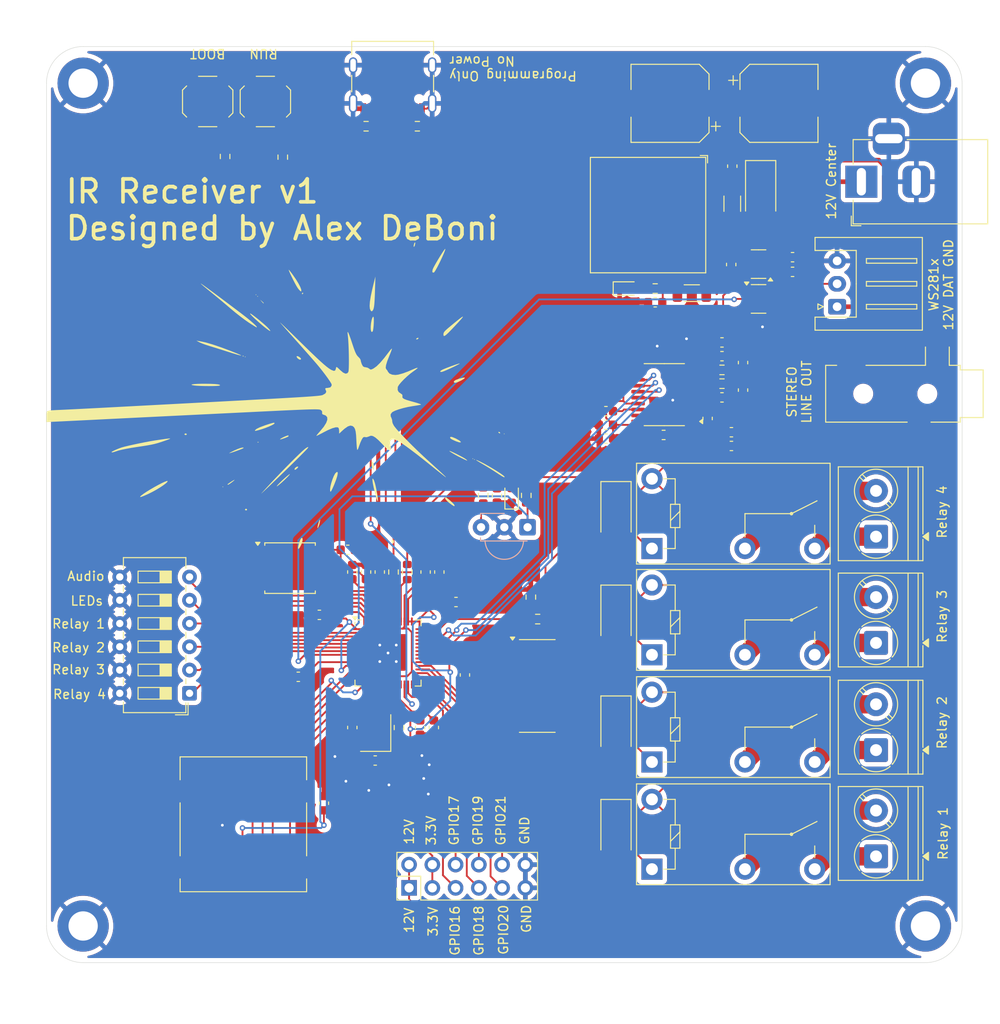
<source format=kicad_pcb>
(kicad_pcb (version 20241229) (generator "pcbnew") (generator_version "9.0")
  (layers (0 "F.Cu" signal) (2 "B.Cu" signal) (13 "F.Paste" user) (15 "B.Paste" user) (5 "F.SilkS" user "F.Silkscreen") (7 "B.SilkS" user "B.Silkscreen") (1 "F.Mask" user) (3 "B.Mask" user) (25 "Edge.Cuts" user))
  (net 0 "")
  (net 1 "+3V3")
  (net 2 "GND")
  (net 3 "+12V")
  (net 4 "+1V1")
  (net 5 "Net-(U3-XIN)")
  (net 6 "Net-(C27-Pad1)")
  (net 7 "Net-(D3-A)")
  (net 8 "Net-(U1-Sense)")
  (net 9 "Net-(FB2-Pad2)")
  (net 10 "D-")
  (net 12 "Net-(J5-VBUS-PadA4)")
  (net 13 "Net-(J5-CC1)")
  (net 14 "Net-(J5-CC2)")
  (net 16 "D+")
  (net 17 "Net-(U3-USB_DP)")
  (net 18 "Net-(U2-Vs)")
  (net 19 "IR_IN")
  (net 20 "Net-(U3-USB_DM)")
  (net 21 "Net-(U3-XOUT)")
  (net 22 "/RUN")
  (net 23 "Net-(R22-Pad2)")
  (net 24 "/~{USB_BOOT}")
  (net 25 "/QSPI_SS")
  (net 31 "Net-(U6-CN)")
  (net 32 "GPIO17")
  (net 33 "GPIO21")
  (net 34 "Net-(U6-CP)")
  (net 36 "/QSPI_SD3")
  (net 37 "Net-(U5-CAPP)")
  (net 39 "Net-(U5-CAPM)")
  (net 40 "/QSPI_SD2")
  (net 41 "/QSPI_SD1")
  (net 42 "Net-(U5-LDOO)")
  (net 43 "/QSPI_SD0")
  (net 44 "V_AUDIO")
  (net 45 "GPIO18")
  (net 46 "Net-(U5-VNEG)")
  (net 48 "Net-(C50-Pad1)")
  (net 49 "Net-(C51-Pad2)")
  (net 50 "+5V")
  (net 51 "GPIO16")
  (net 52 "Net-(D2-A)")
  (net 54 "GPIO19")
  (net 55 "Net-(D4-A)")
  (net 56 "/QSPI_SCLK")
  (net 57 "SD_DAT3")
  (net 58 "SD_DAT0")
  (net 59 "GPIO20")
  (net 60 "BATTERY_VOLTAGE")
  (net 61 "SD_CMD")
  (net 62 "SD_CLK")
  (net 63 "SD_DAT2")
  (net 64 "SD_DAT1")
  (net 65 "Net-(J4-Pin_2)")
  (net 66 "Net-(U5-OUTL)")
  (net 67 "Net-(U5-OUTR)")
  (net 68 "Net-(U3-GPIO1)")
  (net 69 "Net-(U3-GPIO5)")
  (net 70 "Net-(U3-GPIO0)")
  (net 71 "Net-(U3-GPIO2)")
  (net 72 "Net-(U3-GPIO4)")
  (net 73 "Net-(U3-GPIO3)")
  (net 74 "NEOPIXEL_OUT")
  (net 75 "BCK_PWM1")
  (net 76 "LRCLK_PWM0")
  (net 77 "PCM_DATA")
  (net 79 "Net-(D5-A)")
  (net 80 "Net-(J6-Pin_2)")
  (net 81 "Net-(J6-Pin_1)")
  (net 88 "Net-(D6-A)")
  (net 89 "Net-(D7-A)")
  (net 90 "Net-(D8-A)")
  (net 91 "Net-(J7-Pin_1)")
  (net 92 "Net-(J7-Pin_2)")
  (net 93 "Net-(J8-Pin_2)")
  (net 94 "Net-(J8-Pin_1)")
  (net 95 "Net-(J9-Pin_2)")
  (net 96 "Net-(J9-Pin_1)")
  (net 97 "RELAY_4")
  (net 98 "RELAY_2")
  (net 99 "RELAY_1")
  (net 100 "RELAY_3")
  (footprint "Inductor_SMD:L_0603_1608Metric" (layer "F.Cu") (at 139.4 79.8)
    (property "Reference" "FB3" (hide yes))
    (property "Value" "FerriteBead")
  )
  (footprint "Diode_SMD:D_SMA" (layer "F.Cu") (at 150 53.3575 -90)
    (property "Reference" "D4" (hide yes))
    (property "Value" "SS34")
  )
  (footprint "TerminalBlock_Phoenix:TerminalBlock_Phoenix_PT-1,5-2-5.0-H_1x02_P5.00mm_Horizontal" (layer "F.Cu") (at 162.6 102.5 90)
    (property "Reference" "J7" (hide yes))
    (property "Value" "Screw_Terminal_01x02")
  )
  (footprint "Resistor_SMD:R_0603_1608Metric" (layer "F.Cu") (at 97.805 49.475 90)
    (property "Reference" "R22" (hide yes))
    (property "Value" "1k")
  )
  (footprint "Capacitor_SMD:C_0603_1608Metric" (layer "F.Cu") (at 121.2 86.4 -90)
    (property "Reference" "C1" (hide yes))
    (property "Value" "10u")
  )
  (footprint "Button_Switch_SMD:SW_SPST_TL3342" (layer "F.Cu") (at 95.905 43.4 90)
    (property "Reference" "SW1" (hide yes))
    (property "Value" "SW_Push")
  )
  (footprint "Capacitor_SMD:C_0603_1608Metric" (layer "F.Cu") (at 133.1 80.2 180)
    (property "Reference" "C39" (hide yes))
    (property "Value" "10u")
  )
  (footprint "Package_SO:TSSOP-20_4.4x6.5mm_P0.65mm" (layer "F.Cu") (at 139.475 75.4 180)
    (property "Reference" "U5" (hide yes))
    (property "Value" "PCM5100A")
  )
  (footprint "Button_Switch_THT:SW_DIP_SPSTx06_Slide_6.7x16.8mm_W7.62mm_P2.54mm_LowProfile" (layer "F.Cu") (at 87.62 108 180)
    (property "Reference" "SW3" (hide yes))
    (property "Value" "SW_DIP_x06")
  )
  (footprint "Resistor_SMD:R_0603_1608Metric" (layer "F.Cu") (at 109.9 94.7625 -90)
    (property "Reference" "R3" (hide yes))
    (property "Value" "27")
  )
  (footprint "Resistor_SMD:R_0603_1608Metric" (layer "F.Cu") (at 145.775 72.7)
    (property "Reference" "R42" (hide yes))
    (property "Value" "470")
  )
  (footprint "Capacitor_SMD:C_0603_1608Metric" (layer "F.Cu") (at 145.775 69.7)
    (property "Reference" "C48" (hide yes))
    (property "Value" "10u")
  )
  (footprint "Resistor_SMD:R_0603_1608Metric" (layer "F.Cu") (at 124.9 97.5 90)
    (property "Reference" "R9" (hide yes))
    (property "Value" "1000")
  )
  (footprint "Capacitor_SMD:C_0603_1608Metric" (layer "F.Cu") (at 146.805 81)
    (property "Reference" "C47" (hide yes))
    (property "Value" "10u")
  )
  (footprint "Capacitor_SMD:C_0603_1608Metric" (layer "F.Cu") (at 138.48 65.32)
    (property "Reference" "C2" (hide yes))
    (property "Value" "22u")
  )
  (footprint "Capacitor_SMD:C_0603_1608Metric" (layer "F.Cu") (at 153.4825 60.395)
    (property "Reference" "C41" (hide yes))
    (property "Value" "10u")
  )
  (footprint "TerminalBlock_Phoenix:TerminalBlock_Phoenix_PT-1,5-2-5.0-H_1x02_P5.00mm_Horizontal" (layer "F.Cu") (at 162.6 114.2 90)
    (property "Reference" "J8" (hide yes))
    (property "Value" "Screw_Terminal_01x02")
  )
  (footprint "Diode_SMD:D_SMA" (layer "F.Cu") (at 134.2 111.8 -90)
    (property "Reference" "D7" (hide yes))
    (property "Value" "SS34")
  )
  (footprint "Capacitor_SMD:C_0603_1608Metric" (layer "F.Cu") (at 148.075 71.9 90)
    (property "Reference" "C50" (hide yes))
    (property "Value" "2.2n")
  )
  (footprint "Package_DFN_QFN:QFN-56-1EP_7x7mm_P0.4mm_EP3.2x3.2mm" (layer "F.Cu") (at 109.3 103.6)
    (property "Reference" "U3" (hide yes))
    (property "Value" "RP2040")
  )
  (footprint "Capacitor_SMD:C_0603_1608Metric" (layer "F.Cu") (at 114.305 111.7375 -90)
    (property "Reference" "C5" (hide yes))
    (property "Value" "100n")
  )
  (footprint "Capacitor_SMD:C_0603_1608Metric" (layer "F.Cu") (at 116.725 98.0375)
    (property "Reference" "C8" (hide yes))
    (property "Value" "100n")
  )
  (footprint "Capacitor_SMD:CP_Elec_8x10" (layer "F.Cu") (at 140.1 43.6 180)
    (property "Reference" "C15" (hide yes))
    (property "Value" "470u 16V")
  )
  (footprint "Capacitor_SMD:C_0603_1608Metric" (layer "F.Cu") (at 101.8 99.4375 180)
    (property "Reference" "C14" (hide yes))
    (property "Value" "100n")
  )
  (footprint "TerminalBlock_Phoenix:TerminalBlock_Phoenix_PT-1,5-2-5.0-H_1x02_P5.00mm_Horizontal" (layer "F.Cu") (at 162.6 90.9 90)
    (property "Reference" "J6" (hide yes))
    (property "Value" "Screw_Terminal_01x02")
  )
  (footprint "Capacitor_SMD:C_0603_1608Metric" (layer "F.Cu") (at 144.205 78 90)
    (property "Reference" "C43" (hide yes))
    (property "Value" "2.2u")
  )
  (footprint "Connector_BarrelJack:BarrelJack_Horizontal" (layer "F.Cu") (at 161 52.1575 180)
    (property "Reference" "J3" (hide yes))
    (property "Value" "Barrel_Jack_Switch")
  )
  (footprint "Capacitor_SMD:C_0603_1608Metric" (layer "F.Cu") (at 117.7 106 -90)
    (property "Reference" "C9" (hide yes))
    (property "Value" "100n")
  )
  (footprint "Capacitor_SMD:C_0603_1608Metric" (layer "F.Cu") (at 108.4 94.7625 90)
    (property "Reference" "C12" (hide yes))
    (property "Value" "100n")
  )
  (footprint "footprints:blast1" (layer "F.Cu") (at 97.000905 73.983686)
    (property "Reference" "G***" (hide yes))
    (property "Value" "LOGO" (hide yes))
  )
  (footprint "Capacitor_SMD:C_0603_1608Metric" (layer "F.Cu") (at 102.3 120 90)
    (property "Reference" "C37" (hide yes))
    (property "Value" "10u")
  )
  (footprint "Inductor_SMD:L_1206_3216Metric" (layer "F.Cu") (at 142.48 64.32 180)
    (property "Reference" "FB1" (hide yes))
    (property "Value" "BLM31SN500SN1L")
  )
  (footprint "Converter_DCDC:Converter_DCDC_RECOM_RPMx.x-x.0" (layer "F.Cu") (at 137.7 55.8 -90)
    (property "Reference" "U1" (hide yes))
    (property "Value" "RPM3.3-6.0")
  )
  (footprint "Relay_THT:Relay_SPST_Omron-G5Q-1A" (layer "F.Cu") (at 138.125 103.8)
    (property "Reference" "K2" (hide yes))
    (property "Value" "G5Q-1A")
  )
  (footprint "Resistor_SMD:R_0603_1608Metric" (layer "F.Cu") (at 119.7 86.4 -90)
    (property "Reference" "R4" (hide yes))
    (property "Value" "100")
  )
  (footprint "Capacitor_SMD:C_0603_1608Metric" (layer "F.Cu") (at 133.1 77.2 180)
    (property "Reference" "C44" (hide yes))
    (property "Value" "1u")
  )
  (footprint "Resistor_SMD:R_0603_1608Metric" (layer "F.Cu") (at 125.645 99.9 180)
    (property "Reference" "R8" (hide yes))
    (property "Value" "4.7k")
  )
  (footprint "MountingHole:MountingHole_3.2mm_M3_DIN965_Pad" (layer "F.Cu") (at 168 41.4)
    (property "Reference" "H3" (hide yes))
    (property "Value" "MountingHole_Pad")
  )
  (footprint "Resistor_SMD:R_0603_1608Metric" (layer "F.Cu") (at 112.505 46.1 180)
    (property "Reference" "R1" (hide yes))
    (property "Value" "5.1k")
  )
  (footprint "Capacitor_SMD:C_0603_1608Metric" (layer "F.Cu") (at 145.775 75.7)
    (property "Reference" "C49" (hide yes))
    (property "Value" "2.2u")
  )
  (footprint "Capacitor_SMD:C_0603_1608Metric" (layer "F.Cu") (at 105.4 94.7625 90)
    (property "Reference" "C4" (hide yes))
    (property "Value" "100n")
  )
  (footprint "Capacitor_SMD:C_0603_1608Metric" (layer "F.Cu") (at 112.805 111.7375 -90)
    (property "Reference" "C6" (hide yes))
    (property "Value" "100n")
  )
  (footprint "Diode_SMD:D_SMA" (layer "F.Cu") (at 134.2 123.1 -90)
    (property "Reference" "D8" (hide yes))
    (property "Value" "SS34")
  )
  (footprint "Diode_SMD:D_SMA" (layer "F.Cu") (at 134.2 99.7 -90)
    (property "Reference" "D6" (hide yes))
    (property "Value" "SS34")
  )
  (footprint "Capacitor_SMD:C_0603_1608Metric" (layer "F.Cu") (at 107.9 115.3375 180)
    (property "Reference" "C27" (hide yes))
    (property "Value" "27p")
  )
  (footprint "Relay_THT:Relay_SPST_Omron-G5Q-1A" (layer "F.Cu") (at 138.125 115.5)
    (property "Reference" "K3" (hide yes))
    (property "Value" "G5Q-1A")
  )
  (footprint "TerminalBlock_Phoenix:TerminalBlock_Phoenix_PT-1,5-2-5.0-H_1x02_P5.00mm_Horizontal" (layer "F.Cu") (at 162.6 125.8 90)
    (property "Reference" "J9" (hide yes))
    (property "Value" "Screw_Terminal_01x02")
  )
  (footprint "Capacitor_SMD:C_0603_1608Metric" (layer "F.Cu") (at 146.805 79.5)
    (property "Reference" "C45" (hide yes))
    (property "Value" "100n")
  )
  (footprint "Resistor_SMD:R_0603_1608Metric" (layer "F.Cu") (at 124.4 86.4 90)
    (property "Reference" "R5" (hide yes))
    (property "Value" "4.7k")
  )
  (footprint "Relay_THT:Relay_SPST_Omron-G5Q-1A" (layer "F.Cu") (at 138.125 127.2)
    (property "Reference" "K4" (hide yes))
    (property "Value" "G5Q-1A")
  )
  (footprint "Relay_THT:Relay_SPST_Omron-G5Q-1A" (layer "F.Cu") (at 138.125 92.2)
    (property "Reference" "K1" (hide yes))
    (property "Value" "G5Q-1A")
  )
  (footprint "Button_Switch_SMD:SW_SPST_TL3342" (layer "F.Cu") (at 89.605 43.4 90)
    (property "Reference" "SW2" (hide yes))
    (property "Value" "SW_Push")
  )
  (footprint "MountingHole:MountingHole_3.2mm_M3_DIN965_Pad" (layer "F.Cu") (at 76 41.4)
    (property "Reference" "H1" (hide yes))
    (property "Value" "MountingHole_Pad")
  )
  (footprint "Capacitor_SMD:C_0603_1608Metric" (layer "F.Cu") (at 145.775 71.2)
    (property "Reference" "C46" (hide yes))
    (property "Value" "100n")
  )
  (footprint "Resistor_SMD:R_0603_1608Metric" (layer "F.Cu") (at 110.5 111.7375 -90)
    (property "Reference" "R17" (hide yes))
    (property "Value" "1k")
  )
  (footprint "Capacitor_SMD:C_0603_1608Metric" (layer "F.Cu") (at 105.4 111.7375 -90)
    (property "Reference" "C23" (hide yes))
    (property "Value" "27p")
  )
  (footprint "Capacitor_SMD:C_0603_1608Metric" (layer "F.Cu") (at 113.405 94.7625 90)
    (property "Reference" "C10" (hide yes))
    (property "Value" "1u")
  )
  (footprint "Connector_JST:JST_XH_S3B-XH-A_1x03_P2.50mm_Horizontal" (layer "F.Cu") (at 158.35 65.8 90)
    (property "Reference" "J4" (hide yes))
    (property "Value" "Conn_01x03")
  )
  (footprint "Package_TO_SOT_SMD:SOT-23-6" (layer "F.Cu") (at 149.77 61.15 180)
    (property "Reference" "U6" (hide yes))
    (property "Value" "AP3602")
  )
  (footprint "Capacitor_SMD:C_0603_1608Metric" (layer "F.Cu") (at 148.075 74.9 90)
    (property "Reference" "C51" (hide yes))
    (property "Value" "2.2n")
  )
  (footprint "MountingHole:MountingHole_3.2mm_M3_DIN965_Pad" (layer "F.Cu") (at 76 133.4)
    (property "Reference" "H2" (hide yes))
    (property "Value" "MountingHole_Pad")
  )
  (footprint "Capacitor_SMD:C_0603_1608Metric" (layer "F.Cu") (at 153.4825 61.995)
    (property "Reference" "C52" (hide yes))
    (property "Value" "10u")
  )
  (footprint "Inductor_SMD:L_1206_3216Metric" (layer "F.Cu") (at 146.9 54.5575 -90)
    (property "Reference" "FB2" (hide yes))
    (property "Value" "BLM31SN500SN1L")
  )
  (footprint "Connector_PinHeader_2.54mm:PinHeader_2x06_P2.54mm_Vertical" (layer "F.Cu") (at 111.6 129.24 90)
    (property "Reference" "J10" (hide yes))
    (property "Value" "Conn_02x06_Odd_Even")
  )
  (footprint "Connector_Audio:Jack_3.5mm_CUI_SJ-3523-SMT_Horizontal" (layer "F.Cu") (at 165.7 75.3 -90)
    (property "Reference" "J2" (hide yes))
    (property "Value" "AudioJack3")
  )
  (footprint "Resistor_SMD:R_0603_1608Metric" (layer "F.Cu") (at 138.48 63.82 180)
    (property "Reference" "R7" (hide yes))
    (property "Value" "4.7k")
  )
  (footprint "Crystal:Crystal_SMD_3225-4Pin_3.2x2.5mm" (layer "F.Cu") (at 107.95 112.3375 90)
    (property "Reference" "Y1" (hide yes))
    (property "Value" "12MHz")
  )
  (footprint "MountingHole:MountingHole_3.2mm_M3_DIN965_Pad" (layer "F.Cu") (at 168 133.4)
    (property "Reference" "H4" (hide yes))
    (property "Value" "MountingHole_Pad")
  )
  (footprint "Resistor_SMD:R_0603_1608Metric" (layer "F.Cu") (at 91.505 49.4 90)
    (property "Reference" "R23" (hide yes))
    (property "Value" "1k")
  )
  (footprint "Capacitor_SMD:C_0603_1608Metric" (layer "F.Cu") (at 104.9 92.3375)
    (property "Reference" "C42" (hide yes))
    (property "Value" "100n")
  )
  (footprint "Connector_Card:microSD_HC_Molex_47219-2001" (layer "F.Cu") (at 93.5 122.3 180)
    (property "Reference" "J1" (hide yes))
    (property "Value" "0472192001")
  )
  (footprint "Capacitor_SMD:C_0603_1608Metric" (layer "F.Cu") (at 106.9 94.7625 90)
    (property "Reference" "C13" (hide yes))
    (property "Value" "100n")
  )
  (footprint "Capacitor_SMD:CP_Elec_8x10" (layer "F.Cu") (at 152 43.6)
    (property "Reference" "C16" (hide yes))
    (property "Value" "470u 16V")
  )
  (footprint "LED_SMD:LED_0603_1608Metric" (layer "F.Cu") (at 135.38 63.82)
    (property "Reference" "D2" (hide yes))
    (property "Value" "LED")
  )
  (footprint "LED_SMD:LED_0603_1608Metric" (layer "F.Cu") (at 122.8 86.4 90)
    (property "Reference" "D3" (hide yes))
    (property "Value" "LED")
  )
  (footprint "Resistor_SMD:R_0603_1608Metric" (layer "F.Cu") (at 106.905 46.1)
    (property "Reference" "R2" (hide yes))
    (property "Value" "5.1k")
  )
  (footprint "Package_TO_SOT_SMD:SOT-23-5" (layer "F.Cu") (at 149.77 64.95)
    (property "Reference" "U7" (hide yes))
    (property "Value" "74LVC1G34")
  )
  (footprint "Package_SO:SOIC-8_5.3x5.3mm_P1.27mm" (layer "F.Cu") (at 98.6 94.3375)
    (property "Reference" "U4" (hide yes))
    (property "Value" "W25Q128JVS")
  )
  (footprint "Capacitor_SMD:C_0603_1608Metric" (layer "F.Cu") (at 133.1 78.7 180)
    (property "Reference" "C38" (hide yes))
    (property "Value" "100n")
  )
  (footprint "Capacitor_SMD:C_0603_1608Metric" (layer "F.Cu") (at 99.5 106.2 180)
    (property "Reference" "C7" (hide yes))
    (property "Value" "100n")
  )
  (footprint "Package_SO:SOIC-16_3.9x9.9mm_P1.27mm" (layer "F.Cu") (at 125.6 107.2)
    (property "Reference" "U8" (hide yes))
    (property "Value" "ULN2003")
  )
  (footprint "Capacitor_SMD:C_0603_1608Metric" (layer "F.Cu") (at 146.7825 61.195 -90)
    (property "Reference" "C40" (hide yes))
    (property "Value" "1u")
  )
  (footprint "Resistor_SMD:R_0603_1608Metric" (layer "F.Cu") (at 145.775 74.2)
    (property "Reference" "R34" (hide yes))
    (property "Value" "470")
  )
  (footprint "Capacitor_SMD:C_0603_1608Metric" (layer "F.Cu") (at 146.9 50.4575 -90)
    (property "Reference" "C3" (hide yes))
    (property "Value" "10u")
  )
  (footprint "Resistor_SMD:R_0603_1608Metric" (layer "F.Cu") (at 111.4 94.7625 -90)
    (property "Reference" "R6" (hide yes))
    (property "Value" "27")
  )
  (footprint "Capacitor_SMD:C_0603_1608Metric" (layer "F.Cu") (at 114.905 94.7625 90)
    (property "Reference" "C11" (hide yes))
    (property "Value" "1u")
  )
  (footprint "Diode_SMD:D_SMA" (layer "F.Cu") (at 134.2 88.4 -90)
    (property "Reference" "D5" (hide yes))
    (property "Value" "SS34")
  )
  (footprint "Connector_USB:USB_C_Receptacle_Palconn_UTC16-G" (layer "F.Cu") (at 109.805 41.675 180)
    (property "Reference" "J5" (hide yes))
    (property "Value" "USB_C_Receptacle_USB2.0")
  )
  (footprint "OptoDevice:Vishay_MINICAST-3Pin" (layer "B.Cu") (at 124.54 89.875 180)
    (property "Reference" "U2" (hide yes))
    (property "Value" "TSOP58038")
  )
  (gr_arc (start 76 137.4) (mid 73.171573 136.228427) (end 72 133.4) (stroke (width 0.05)) (layer "Edge.Cuts"))
  (gr_line (start 76 137.4) (end 168 137.4) (stroke (width 0.05)) (layer "Edge.Cuts"))
  (gr_arc (start 72 41.4) (mid 73.171573 38.571573) (end 76 37.4) (stroke (width 0.05)) (layer "Edge.Cuts"))
  (gr_line (start 168 37.4) (end 76 37.4) (stroke (width 0.05)) (layer "Edge.Cuts"))
  (gr_line (start 72 41.4) (end 72 133.4) (stroke (width 0.05)) (layer "Edge.Cuts"))
  (gr_arc (start 168 37.4) (mid 170.828427 38.571573) (end 172 41.4) (stroke (width 0.05)) (layer "Edge.Cuts"))
  (gr_line (start 172 133.4) (end 172 41.4) (stroke (width 0.05)) (layer "Edge.Cuts"))
  (gr_arc (start 172 133.4) (mid 170.828427 136.228427) (end 168 137.4) (stroke (width 0.05)) (layer "Edge.Cuts"))
  (gr_text "3.3V" (at 114.8 131.2 90) (layer "F.SilkS") (effects (font (size 1 1)) (justify right bottom)))
  (gr_text "12V" (at 112.2 131.3 90) (layer "F.SilkS") (effects (font (size 1 1)) (justify right bottom)))
  (gr_text "Relay 2" (at 75.5 103.6 0) (layer "F.SilkS") (effects (font (size 1 1)) (justify bottom)))
  (gr_text "Relay 3" (at 75.5 106 0) (layer "F.SilkS") (effects (font (size 1 1)) (justify bottom)))
  (gr_text "Relay 1" (at 170.5 123.3 90) (layer "F.SilkS") (effects (font (size 1 1)) (justify bottom)))
  (gr_text "LEDs" (at 76.4 98.5 0) (layer "F.SilkS") (effects (font (size 1 1)) (justify bottom)))
  (gr_text "BOOT" (at 89.605 37.6 180) (layer "F.SilkS") (effects (font (size 1 1)) (justify bottom)))
  (gr_text "GPIO20" (at 122.5 131 90) (layer "F.SilkS") (effects (font (size 1 1)) (justify right bottom)))
  (gr_text "Relay 4" (at 75.6 108.7 0) (layer "F.SilkS") (effects (font (size 1 1)) (justify bottom)))
  (gr_text "RUN" (at 95.705 37.6 180) (layer "F.SilkS") (effects (font (size 1 1)) (justify bottom)))
  (gr_text "STEREO\nLINE OUT" (at 155.6 75.1 90) (layer "F.SilkS") (effects (font (size 1 1)) (justify bottom)))
  (gr_text "GPIO17" (at 117.1 124.7 90) (layer "F.SilkS") (effects (font (size 1 1)) (justify left bottom)))
  (gr_text "Relay 2" (at 170.4 111.2 90) (layer "F.SilkS") (effects (font (size 1 1)) (justify bottom)))
  (gr_text "Relay 3" (at 170.4 99.6 90) (layer "F.SilkS") (effects (font (size 1 1)) (justify bottom)))
  (gr_text "Relay 4" (at 170.4 88.2 90) (layer "F.SilkS") (effects (font (size 1 1)) (justify bottom)))
  (gr_text "Audio" (at 76.3 95.8 0) (layer "F.SilkS") (effects (font (size 1 1)) (justify bottom)))
  (gr_text "GND" (at 124.8 124.6 90) (layer "F.SilkS") (effects (font (size 1 1)) (justify left bottom)))
  (gr_text "GPIO19" (at 119.7 124.7 90) (layer "F.SilkS") (effects (font (size 1 1)) (justify left bottom)))
  (gr_text "WS281x\n12V DAT GND" (at 171.1 63.4 90) (layer "F.SilkS") (effects (font (size 1 1)) (justify bottom)))
  (gr_text "12V Center" (at 158.3 52.1 90) (layer "F.SilkS") (effects (font (size 1 1)) (justify bottom)))
  (gr_text "Relay 1" (at 75.5 101 0) (layer "F.SilkS") (effects (font (size 1 1)) (justify bottom)))
  (gr_text "GPIO21" (at 122.2 124.7 90) (layer "F.SilkS") (effects (font (size 1 1)) (justify left bottom)))
  (gr_text "GND" (at 125 131 90) (layer "F.SilkS") (effects (font (size 1 1)) (justify right bottom)))
  (gr_text "GPIO16" (at 117.2 131.1 90) (layer "F.SilkS") (effects (font (size 1 1)) (justify right bottom)))
  (gr_text "3.3V" (at 114.6 124.7 90) (layer "F.SilkS") (effects (font (size 1 1)) (justify left bottom)))
  (gr_text "12V" (at 112.2 124.6 90) (layer "F.SilkS") (effects (font (size 1 1)) (justify left bottom)))
  (gr_text "Programming Only\nNo Power" (at 115.9 38.4 180) (layer "F.SilkS") (effects (font (size 1 1)) (justify right bottom)))
  (gr_text "IR Receiver v1\nDesigned by Alex DeBoni" (at 73.9 58.7 0) (layer "F.SilkS") (effects (font (size 2.5 2.5) (thickness 0.4) (bold yes)) (justify left bottom)))
  (gr_text "GPIO18" (at 119.8 131.1 90) (layer "F.SilkS") (effects (font (size 1 1)) (justify right bottom)))
  (segment (start 109.5 98.0375) (end 107 95.5375) (width 0.2) (layer "F.Cu") (net 1))
  (segment (start 133.875 78.7) (end 136.2375 78.7) (width 0.2) (layer "F.Cu") (net 1))
  (segment (start 145.905 64.6) (end 145.905 66.4) (width 0.2) (layer "F.Cu") (net 1))
  (segment (start 111.738125 118.266875) (end 109.23 120.775) (width 0.2) (layer "F.Cu") (net 1))
  (segment (start 102.3 120.775) (end 102.3 122.4) (width 0.2) (layer "F.Cu") (net 1))
  (segment (start 133.305 76.1) (end 135.005 76.1) (width 0.2) (layer "F.Cu") (net 1))
  (segment (start 121.2 84.4) (end 130.905 84.4) (width 0.2) (layer "F.Cu") (net 1))
  (segment (start 115.95 96.345) (end 115.1425 95.5375) (width 0.2) (layer "F.Cu") (net 1))
  (segment (start 112.7 100.1625) (end 112.7375 100.2) (width 0.2) (layer "F.Cu") (net 1))
  (segment (start 106.395774 101) (end 106.396774 100.999) (width 0.2) (layer "F.Cu") (net 1))
  (segment (start 114.154 94.7865) (end 112.405 94.7865) (width 0.2) (layer "F.Cu") (net 1))
  (segment (start 100.275 106.025) (end 101.7 104.6) (width 0.2) (layer "F.Cu") (net 1))
  (segment (start 106.4375 104.6) (end 106.7 104.3375) (width 0.2) (layer "F.Cu") (net 1))
  (segment (start 107 95.5375) (end 106.9 95.5375) (width 0.2) (layer "F.Cu") (net 1))
  (segment (start 93.405 124.4) (end 93.405 122.705) (width 0.2) (layer "F.Cu") (net 1))
  (segment (start 113.755 98.85) (end 114.5675 98.0375) (width 0.2) (layer "F.Cu") (net 1))
  (segment (start 133.875 78.7) (end 133.124 77.949) (width 0.2) (layer "F.Cu") (net 1))
  (segment (start 104.125 92.3375) (end 102.2825 92.3375) (width 0.2) (layer "F.Cu") (net 1))
  (segment (start 109.9 100.1625) (end 109.9 97.3375) (width 0.2) (layer "F.Cu") (net 1))
  (segment (start 104.97389 94.7865) (end 104.125 93.93761) (width 0.2) (layer "F.Cu") (net 1))
  (segment (start 102.575 99.4375) (end 102.975 99.8375) (width 0.2) (layer "F.Cu") (net 1))
  (segment (start 105.8625 101) (end 106.395774 101) (width 0.2) (layer "F.Cu") (net 1))
  (segment (start 112.23375 110.9625) (end 112.805 110.9625) (width 0.2) (layer "F.Cu") (net 1))
  (segment (start 137.505 67.4) (end 140.405 67.4) (width 0.2) (layer "F.Cu") (net 1))
  (segment (start 116.88 84.4) (end 121.2 84.4) (width 0.2) (layer "F.Cu") (net 1))
  (segment (start 115.95 98.0375) (end 115.95 96.345) (width 0.2) (layer "F.Cu") (net 1))
  (segment (start 106.7 101.302226) (end 106.396774 100.999) (width 0.2) (layer "F.Cu") (net 1))
  (segment (start 112.705 96.5) (end 111.5 97.705) (width 0.2) (layer "F.Cu") (net 1))
  (segment (start 145.905 66.4) (end 144.905 67.4) (width 0.2) (layer "F.Cu") (net 1))
  (segment (start 106.149 94.7865) (end 104.97389 94.7865) (width 0.2) (layer "F.Cu") (net 1))
  (segment (start 112.7375 100.2) (end 112.7375 99.8675) (width 0.2) (layer "F.Cu") (net 1))
  (segment (start 111.738125 111.9) (end 111.738125 118.266875) (width 0.2) (layer "F.Cu") (net 1))
  (segment (start 112.405 94.7865) (end 112.405 88.875) (width 0.2) (layer "F.Cu") (net 1))
  (segment (start 114.905 95.5375) (end 113.9425 96.5) (width 0.2) (layer "F.Cu") (net 1))
  (segment (start 121.2 85.625) (end 121.2 84.4) (width 0.2) (layer "F.Cu") (net 1))
  (segment (start 109.23 120.775) (end 102.3 120.775) (width 0.2) (layer "F.Cu") (net 1))
  (segment (start 109.151 94.7865) (end 108.4 95.5375) (width 0.2) (layer "F.Cu") (net 1))
  (segment (start 117.225 105.225) (end 117.7 105.225) (width 0.2) (layer "F.Cu") (net 1))
  (segment (start 136.2375 78.7) (end 136.6125 78.325) (width 0.2) (layer "F.Cu") (net 1))
  (segment (start 106.9 95.5375) (end 108.4 95.5375) (width 0.2) (layer "F.Cu") (net 1))
  (segment (start 105.8625 104.6) (end 106.4375 104.6) (width 0.2) (layer "F.Cu") (net 1))
  (segment (start 130.905 84.4) (end 133.875 81.43) (width 0.2) (layer "F.Cu") (net 1))
  (segment (start 109.9 97.3375) (end 108.4 95.8375) (width 0.2) (layer "F.Cu") (net 1))
  (segment (start 93.405 122.705) (end 93.4 122.7) (width 0.2) (layer "F.Cu") (net 1))
  (segment (start 114.305 99.4) (end 114.305 99.7) (width 0.2) (layer "F.Cu") (net 1))
  (segment (start 133.875 80.2) (end 133.875 78.7) (width 0.2) (layer "F.Cu") (net 1))
  (segment (start 102.975 99.8375) (end 104.7 99.8375) (width 0.2) (layer "F.Cu") (net 1))
  (segment (start 150.9075 60.2) (end 152.5125 60.2) (width 0.2) (layer "F.Cu") (net 1))
  (segment (start 135.005 69.9) (end 137.505 67.4) (width 0.2) (layer "F.Cu") (net 1))
  (segment (start 104.125 93.93761) (end 104.125 92.3375) (width 0.2) (layer "F.Cu") (net 1))
  (segment (start 119.75 85.625) (end 119.7 85.575) (width 0.2) (layer "F.Cu") (net 1))
  (segment (start 149.755 60.65) (end 149.755 62.35) (width 0.2) (layer "F.Cu") (net 1))
  (segment (start 108.4 95.8375) (end 108.4 95.5375) (width 0.2) (layer "F.Cu") (net 1))
  (segment (start 149.755 62.35) (end 149.105 63) (width 0.2) (layer "F.Cu") (net 1))
  (segment (start 116.6 104.6) (end 117.225 105.225) (width 0.2) (layer "F.Cu") (net 1))
  (segment (start 149.755 60.65) (end 150.205 60.2) (width 0.2) (layer "F.Cu") (net 1))
  (segment (start 115.1425 95.5375) (end 114.905 95.5375) (width 0.2) (layer "F.Cu") (net 1))
  (segment (start 149.105 63) (end 147.505 63) (width 0.2) (layer "F.Cu") (net 1))
  (segment (start 109.5 100.1625) (end 109.5 98.0375) (width 0.2) (layer "F.Cu") (net 1))
  (segment (start 135.005 76.1) (end 135.28 76.375) (width 0.2) (layer "F.Cu") (net 1))
  (segment (start 102.2825 92.3375) (end 102.1875 92.4325) (width 0.2) (layer "F.Cu") (net 1))
  (segment (start 135.28 76.375) (end 136.6125 76.375) (width 0.2) (layer "F.Cu") (net 1))
  (segment (start 112.7375 99.8675) (end 113.755 98.85) (width 0.2) (layer "F.Cu") (net 1))
  (segment (start 147.505 63) (end 145.905 64.6) (width 0.2) (layer "F.Cu") (net 1))
  (segment (start 138.6125 79.8) (end 134.275 79.8) (width 0.2) (layer "F.Cu") (net 1))
  (segment (start 114.14 126.7) (end 114.14 125.74) (width 0.2) (layer "F.Cu") (net 1))
  (segment (start 139.305 63.82) (end 140.405 63.82) (width 0.2) (layer "F.Cu") (net 1))
  (segment (start 139.305 63.82) (end 139.305 65.27) (width 0.2) (layer "F.Cu") (net 1))
  (segment (start 144.905 67.4) (end 140.405 67.4) (width 0.2) (layer "F.Cu") (net 1))
  (segment (start 140.405 67.4) (end 139.255 66.25) (width 0.2) (layer "F.Cu") (net 1))
  (segment (start 114.14 126.7) (end 114.14 129.24) (width 0.2) (layer "F.Cu") (net 1))
  (segment (start 111.5 100.1625) (end 111.9 100.1625) (width 0.2) (layer "F.Cu") (net 1))
  (segment (start 148.6325 61.15) (end 149.255 61.15) (width 0.2) (layer "F.Cu") (net 1))
  (segment (start 105.08375 100.22125) (end 105.8625 101) (width 0.2) (layer "F.Cu") (net 1))
  (segment (start 149.255 61.15) (end 149.755 60.65) (width 0.2) (layer "F.Cu") (net 1))
  (segment (start 114.5675 98.0375) (end 115.95 98.0375) (width 0.2) (layer "F.Cu") (net 1))
  (segment (start 111.738125 110.466875) (end 112.23375 110.9625) (width 0.2) (layer "F.Cu") (net 1))
  (segment (start 140.405 63.82) (end 140.905 64.32) (width 0.2) (layer "F.Cu") (net 1))
  (segment (start 106.9 95.5375) (end 106.149 94.7865) (width 0.2) (layer "F.Cu") (net 1))
  (segment (start 133.124 76.281) (end 133.305 76.1) (width 0.2) (layer "F.Cu") (net 1))
  (segment (start 133.875 81.43) (end 133.875 80.2) (width 0.2) (layer "F.Cu") (net 1))
  (segment (start 101.7 104.6) (end 105.8625 104.6) (width 0.2) (layer "F.Cu") (net 1))
  (segment (start 112.405 94.7865) (end 109.151 94.7865) (width 0.2) (layer "F.Cu") (net 1))
  (segment (start 112.7375 101) (end 112.7375 100.2) (width 0.2) (layer "F.Cu") (net 1))
  (segment (start 152.5125 60.2) (end 152.7075 60.395) (width 0.2) (layer "F.Cu") (net 1))
  (segment (start 104.7 99.8375) (end 105.08375 100.22125) (width 0.2) (layer "F.Cu") (net 1))
  (segment (start 111.9 100.1625) (end 112.7 100.1625) (width 0.2) (layer "F.Cu") (net 1))
  (segment (start 113.9425 96.5) (end 112.705 96.5) (width 0.2) (layer "F.Cu") (net 1))
  (segment (start 113.755 98.85) (end 114.305 99.4) (width 0.2) (layer "F.Cu") (net 1))
  (segment (start 139.305 65.27) (end 139.255 65.32) (width 0.2) (layer "F.Cu") (net 1))
  (segment (start 116 105.6) (end 116.1 105.7) (width 0.2) (layer "F.Cu") (net 1))
  (segment (start 134.275 79.8) (end 133.875 80.2) (width 0.2) (layer "F.Cu") (net 1))
  (segment (start 139.255 66.25) (end 139.255 65.32) (width 0.2) (layer "F.Cu") (net 1))
  (segment (start 112.7375 104.6) (end 116 104.6) (width 0.2) (layer "F.Cu") (net 1))
  (segment (start 135.005 76.1) (end 135.005 69.9) (width 0.2) (layer "F.Cu") (net 1))
  (segment (start 114.14 125.74) (end 109.23 120.83) (width 0.2) (layer "F.Cu") (net 1))
  (segment (start 111.738125 110.466875) (end 111.738125 111.9) (width 0.2) (layer "F.Cu") (net 1))
  (segment (start 109.23 120.83) (end 109.23 120.775) (width 0.2) (layer "F.Cu") (net 1))
  (segment (start 111.5 97.705) (end 111.5 100.1625) (width 0.2) (layer "F.Cu") (net 1))
  (segment (start 116 104.6) (end 116.6 104.6) (width 0.2) (layer "F.Cu") (net 1))
  (segment (start 106.7 104.3375) (end 106.7 101.302226) (width 0.2) (layer "F.Cu") (net 1))
  (segment (start 100.275 106.2) (end 100.275 106.025) (width 0.2) (layer "F.Cu") (net 1))
  (segment (start 114.905 95.5375) (end 114.154 94.7865) (width 0.2) (layer "F.Cu") (net 1))
  (segment (start 121.2 85.625) (end 119.75 85.625) (width 0.2) (layer "F.Cu") (net 1))
  (segment (start 112.405 88.875) (end 116.88 84.4) (width 0.2) (layer "F.Cu") (net 1))
  (segment (start 109.5 107.0375) (end 109.5 108.22875) (width 0.2) (layer "F.Cu") (net 1))
  (segment (start 109.5 108.22875) (end 111.738125 110.466875) (width 0.2) (layer "F.Cu") (net 1))
  (segment (start 133.124 77.949) (end 133.124 76.281) (width 0.2) (layer "F.Cu") (net 1))
  (segment (start 150.205 60.2) (end 150.9075 60.2) (width 0.2) (layer "F.Cu") (net 1))
  (segment (start 116 104.6) (end 116 105.6) (width 0.2) (layer "F.Cu") (net 1))
  (via (at 116.1 105.7) (size 0.6) (drill 0.3) (layers "F.Cu" "B.Cu") (net 1))
  (via (at 114.305 99.7) (size 0.6) (drill 0.3) (layers "F.Cu" "B.Cu") (net 1))
  (via (at 102.3 122.4) (size 0.6) (drill 0.3) (layers "F.Cu" "B.Cu") (net 1))
  (via (at 111.738125 111.9) (size 0.6) (drill 0.3) (layers "F.Cu" "B.Cu") (net 1))
  (via (at 93.4 122.7) (size 0.6) (drill 0.3) (layers "F.Cu" "B.Cu") (net 1))
  (via (at 105.08375 100.22125) (size 0.6) (drill 0.3) (layers "F.Cu" "B.Cu") (net 1))
  (segment (start 115.9 105.5) (end 116.1 105.7) (width 0.2) (layer "B.Cu") (net 1))
  (segment (start 113.005 105.5) (end 115.9 105.5) (width 0.2) (layer "B.Cu") (net 1))
  (segment (start 112.005 104.5) (end 113.005 105.5) (width 0.2) (layer "B.Cu") (net 1))
  (segment (start 111.738125 111.9) (end 113 111.9) (width 0.2) (layer "B.Cu") (net 1))
  (segment (start 113 111.9) (end 116.1 108.8) (width 0.2) (layer "B.Cu") (net 1))
  (segment (start 112.005 100.5) (end 112.005 104.5) (width 0.2) (layer "B.Cu") (net 1))
  (segment (start 114.305 99.7) (end 112.805 99.7) (width 0.2) (layer "B.Cu") (net 1))
  (segment (start 116.1 108.8) (end 116.1 105.7) (width 0.2) (layer "B.Cu") (net 1))
  (segment (start 112.805 99.7) (end 112.005 100.5) (width 0.2) (layer "B.Cu") (net 1))
  (segment (start 93.4 122.7) (end 102 122.7) (width 0.2) (layer "B.Cu") (net 1))
  (segment (start 102 122.7) (end 102.3 122.4) (width 0.2) (layer "B.Cu") (net 1))
  (segment (start 105.08375 100.22125) (end 101.905 103.4) (width 0.2) (layer "B.Cu") (net 1))
  (segment (start 101.905 103.4) (end 101.905 122.005) (width 0.2) (layer "B.Cu") (net 1))
  (segment (start 101.905 122.005) (end 102.3 122.4) (width 0.2) (layer "B.Cu") (net 1))
  (segment (start 150.9575 61.2) (end 154.2575 61.2) (width 0.2) (layer "F.Cu") (net 2))
  (segment (start 113.545 44.185) (end 114.125 43.605) (width 0.2) (layer "F.Cu") (net 2))
  (segment (start 108.3 104.6375) (end 108.4 104.5375) (width 0.2) (layer "F.Cu") (net 2))
  (segment (start 117.7 106.775) (end 119.075 106.775) (width 0.2) (layer "F.Cu") (net 2))
  (segment (start 139.38 77.675) (end 136.6125 77.675) (width 0.2) (layer "F.Cu") (net 2))
  (segment (start 108.8 111.3375) (end 107.1 113.0375) (width 0.2) (layer "F.Cu") (net 2))
  (segment (start 136.6125 73.125) (end 136.6125 72.475) (width 0.2) (layer "F.Cu") (net 2))
  (segment (start 154.2575 61.2) (end 154.2575 61.995) (width 0.2) (layer "F.Cu") (net 2))
  (segment (start 139.405 77.7) (end 139.38 77.675) (width 0.2) (layer "F.Cu") (net 2))
  (segment (start 119.075 106.775) (end 121.4 109.1) (width 0.2) (layer "F.Cu") (net 2))
  (segment (start 121.4 109.1) (end 121.4 111.1) (width 0.2) (layer "F.Cu") (net 2))
  (segment (start 108.3 107.0375) (end 108.3 104.6375) (width 0.2) (layer "F.Cu") (net 2))
  (segment (start 121.945 111.645) (end 123.125 111.645) (width 0.2) (layer "F.Cu") (net 2))
  (segment (start 142.3375 73.125) (end 142.3375 72.475) (width 0.2) (layer "F.Cu") (net 2))
  (segment (start 138.73 75.725) (end 140.055 77.05) (width 0.2) (layer "F.Cu") (net 2))
  (segment (start 113.005 44.185) (end 113.545 44.185) (width 0.2) (layer "F.Cu") (net 2))
  (segment (start 136.6125 75.725) (end 138.73 75.725) (width 0.2) (layer "F.Cu") (net 2))
  (segment (start 140.08 77.025) (end 140.055 77.05) (width 0.2) (layer "F.Cu") (net 2))
  (segment (start 121.4 111.1) (end 121.945 111.645) (width 0.2) (layer "F.Cu") (net 2))
  (segment (start 108.8 111.2375) (end 108.8 111.3375) (width 0.2) (layer "F.Cu") (net 2))
  (segment (start 106.065 44.185) (end 105.485 43.605) (width 0.2) (layer "F.Cu") (net 2))
  (segment (start 142.3375 77.025) (end 140.08 77.025) (width 0.2) (layer "F.Cu") (net 2))
  (segment (start 107.1 113.0375) (end 107.1 113.4375) (width 0.2) (layer "F.Cu") (net 2))
  (segment (start 154.2575 60.395) (end 154.2575 61.2) (width 0.2) (layer "F.Cu") (net 2))
  (segment (start 150.9075 61.15) (end 150.9575 61.2) (width 0.2) (layer "F.Cu") (net 2))
  (segment (start 106.605 44.185) (end 106.065 44.185) (width 0.2) (layer "F.Cu") (net 2))
  (segment (start 140.055 77.05) (end 139.405 77.7) (width 0.2) (layer "F.Cu") (net 2))
  (via (at 141.9 69.3) (size 0.6) (drill 0.3) (layers "F.Cu" "B.Cu") (net 2))
  (via (at 91.205 122.4) (size 0.6) (drill 0.3) (layers "F.Cu" "B.Cu") (net 2))
  (via (at 103.5 114.9) (size 0.6) (drill 0.3) (layers "F.Cu" "B.Cu") (net 2))
  (via (at 140.4 76) (size 0.6) (drill 0.3) (layers "F.Cu" "B.Cu") (net 2))
  (via (at 108.4 104.5375) (size 0.6) (drill 0.3) (layers "F.Cu" "B.Cu") (net 2))
  (via (at 113 114.8) (size 0.6) (drill 0.3) (layers "F.Cu" "B.Cu") (net 2))
  (via (at 109.4 118) (size 0.6) (drill 0.3) (layers "F.Cu" "B.Cu") (net 2))
  (via (at 113.7 119) (size 0.6) (drill 0.3) (layers "F.Cu" "B.Cu") (net 2))
  (via (at 110.2 104.5375) (size 0.6) (drill 0.3) (layers "F.Cu" "B.Cu") (net 2))
  (via (at 108.4 102.7375) (size 0.6) (drill 0.3) (layers "F.Cu" "B.Cu") (net 2))
  (via (at 104.7 117.6) (size 0.6) (drill 0.3) (layers "F.Cu" "B.Cu") (net 2))
  (via (at 110.2 102.7375) (size 0.6) (drill 0.3) (layers "F.Cu" "B.Cu") (net 2))
  (via (at 109.3 103.6) (size 0.6) (drill 0.3) (layers "F.Cu" "B.Cu") (net 2))
  (via (at 150.2 68) (size 0.6) (drill 0.3) (layers "F.Cu" "B.Cu") (net 2))
  (via (at 113.2 117.3) (size 0.6) (drill 0.3) (layers "F.Cu" "B.Cu") (net 2))
  (via (at 113.8 115.8) (size 0.6) (drill 0.3) (layers "F.Cu" "B.Cu") (net 2))
  (via (at 138.7 70.1) (size 0.6) (drill 0.3) (layers "F.Cu" "B.Cu") (net 2))
  (via (at 107.2 118.6) (size 0.6) (drill 0.3) (layers "F.Cu" "B.Cu") (net 2))
  (segment (start 138.125 107.88) (end 136.205 109.8) (width 0.2) (layer "F.Cu") (net 3))
  (segment (start 166 75.9) (end 166.9 76.8) (width 0.2) (layer "F.Cu") (net 3))
  (segment (start 148.75 46.9925) (end 148.75 43.6) (width 0.5) (layer "F.Cu") (net 3))
  (segment (start 139.505 83.2) (end 138.125 84.58) (width 0.2) (layer "F.Cu") (net 3))
  (segment (start 150 51.3575) (end 151.5575 49.8) (width 0.5) (layer "F.Cu") (net 3))
  (segment (start 136.305 86.4) (end 138.125 84.58) (width 0.2) (layer "F.Cu") (net 3))
  (segment (start 126.5 94.1) (end 134.2 86.4) (width 0.2) (layer "F.Cu") (net 3))
  (segment (start 142.5 130.4) (end 142.5 123.955) (width 0.2) (layer "F.Cu") (net 3))
  (segment (start 166 65.995) (end 166 75.9) (width 0.2) (layer "F.Cu") (net 3))
  (segment (start 163.205 65.8) (end 164.505 64.5) (width 0.5) (layer "F.Cu") (net 3))
  (segment (start 140.7 87.155) (end 138.125 84.58) (width 0.2) (layer "F.Cu") (net 3))
  (segment (start 138.125 96.18) (end 140.68 96.18) (width 0.2) (layer "F.Cu") (net 3))
  (segment (start 148.75 43.6) (end 143.35 43.6) (width 0.5) (layer "F.Cu") (net 3))
  (segment (start 166.9 76.8) (end 168.7 76.8) (width 0.2) (layer "F.Cu") (net 3))
  (segment (start 111.6 130.5) (end 113.8 132.7) (width 0.2) (layer "F.Cu") (net 3))
  (segment (start 138.125 107.88) (end 140.68 107.88) (width 0.2) (layer "F.Cu") (net 3))
  (segment (start 142.5 123.955) (end 138.125 119.58) (width 0.2) (layer "F.Cu") (net 3))
  (segment (start 147.025 51.3575) (end 146.9 51.2325) (width 0.5) (layer "F.Cu") (net 3))
  (segment (start 146.9 52.9825) (end 146.9 51.2325) (width 0.5) (layer "F.Cu") (net 3))
  (segment (start 140.7 107.9) (end 140.7 96.2) (width 0.2) (layer "F.Cu") (net 3))
  (segment (start 168.7 76.8) (end 169.4 77.5) (width 0.2) (layer "F.Cu") (net 3))
  (segment (start 138.125 119.58) (end 140.7 117.005) (width 0.2) (layer "F.Cu") (net 3))
  (segment (start 168.1 83.2) (end 139.505 83.2) (width 0.2) (layer "F.Cu") (net 3))
  (segment (start 111.6 126.7) (end 111.6 129.24) (width 0.2) (layer "F.Cu") (net 3))
  (segment (start 151.5575 49.8) (end 148.75 46.9925) (width 0.5) (layer "F.Cu") (net 3))
  (segment (start 111.6 129.24) (end 111.6 130.5) (width 0.2) (layer "F.Cu") (net 3))
  (segment (start 158.35 65.8) (end 163.205 65.8) (width 0.5) (layer "F.Cu") (net 3))
  (segment (start 169.4 81.9) (end 168.1 83.2) (width 0.2) (layer "F.Cu") (net 3))
  (segment (start 164.3 51.2) (end 164.3 64.295) (width 0.5) (layer "F.Cu") (net 3))
  (segment (start 126.5 111.044999) (end 126.5 94.1) (width 0.2) (layer "F.Cu") (net 3))
  (segment (start 140.2 132.7) (end 142.5 130.4) (width 0.2) (layer "F.Cu") (net 3))
  (segment (start 164.505 64.5) (end 166 65.995) (width 0.2) (layer "F.Cu") (net 3))
  (segment (start 164.3 64.295) (end 164.505 64.5) (width 0.5) (layer "F.Cu") (net 3))
  (segment (start 138.125 96.18) (end 136.605 97.7) (width 0.2) (layer "F.Cu") (net 3))
  (segment (start 113.8 132.7) (end 140.2 132.7) (width 0.2) (layer "F.Cu") (net 3))
  (segment (start 134.2 121.1) (end 136.605 121.1) (width 0.2) (layer "F.Cu") (net 3))
  (segment (start 140.68 107.88) (end 140.7 107.9) (width 0.2) (layer "F.Cu") (net 3))
  (segment (start 140.7 96.2) (end 140.7 87.155) (width 0.2) (layer "F.Cu") (net 3))
  (segment (start 136.205 109.8) (end 134.2 109.8) (width 0.2) (layer "F.Cu") (net 3))
  (segment (start 162.9 49.8) (end 164.3 51.2) (width 0.5) (layer "F.Cu") (net 3))
  (segment (start 140.7 117.005) (end 140.7 107.9) (width 0.2) (layer "F.Cu") (net 3))
  (segment (start 150 51.3575) (end 147.025 51.3575) (width 0.5) (layer "F.Cu") (net 3))
  (segment (start 136.605 97.7) (end 134.2 97.7) (width 0.2) (layer "F.Cu") (net 3))
  (segment (start 140.68 96.18) (end 140.7 96.2) (width 0.2) (layer "F.Cu") (net 3))
  (segment (start 134.2 86.4) (end 136.305 86.4) (width 0.2) (layer "F.Cu") (net 3))
  (segment (start 151.5575 49.8) (end 162.9 49.8) (width 0.5) (layer "F.Cu") (net 3))
  (segment (start 136.605 121.1) (end 138.125 119.58) (width 0.2) (layer "F.Cu") (net 3))
  (segment (start 128.075 111.645) (end 127.100001 111.645) (width 0.2) (layer "F.Cu") (net 3))
  (segment (start 127.100001 111.645) (end 126.5 111.044999) (width 0.2) (layer "F.Cu") (net 3))
  (segment (start 169.4 77.5) (end 169.4 81.9) (width 0.2) (layer "F.Cu") (net 3))
  (segment (start 111.9 105.6375) (end 111.9 101.3375) (width 0.2) (layer "F.Cu") (net 4))
  (segment (start 112.9 95.5375) (end 113.405 95.5375) (width 0.2) (layer "F.Cu") (net 4))
  (segment (start 105.4 95.6375) (end 105.4 95.5375) (width 0.2) (layer "F.Cu") (net 4))
  (segment (start 109.1 100.1625) (end 109.1 100.7375) (width 0.2) (layer "F.Cu") (net 4))
  (segment (start 110.9 100.9375) (end 111.1 100.7375) (width 0.2) (layer "F.Cu") (net 4))
  (segment (start 111.1 100.7375) (end 111.1 100.1625) (width 0.2) (layer "F.Cu") (net 4))
  (segment (start 109.9 107.995) (end 111.905 110) (width 0.2) (layer "F.Cu") (net 4))
  (segment (start 107.1 96.4375) (end 106.2 96.4375) (width 0.2) (layer "F.Cu") (net 4))
  (segment (start 109.9 107.0375) (end 109.9 106.4375) (width 0.2) (layer "F.Cu") (net 4))
  (segment (start 111.905 110) (end 113.3425 110) (width 0.2) (layer "F.Cu") (net 4))
  (segment (start 109.9 107.0375) (end 109.9 107.995) (width 0.2) (layer "F.Cu") (net 4))
  (segment (start 109.9 106.4375) (end 110.2 106.1375) (width 0.2) (layer "F.Cu") (net 4))
  (segment (start 111.5 100.9375) (end 110.9 100.9375) (width 0.2) (layer "F.Cu") (net 4))
  (segment (start 111.9 101.3375) (end 111.5 100.9375) (width 0.2) (layer "F.Cu") (net 4))
  (segment (start 110.2 106.1375) (end 111.4 106.1375) (width 0.2) (layer "F.Cu") (net 4))
  (segment (start 111.1 97.3375) (end 112.9 95.5375) (width 0.2) (layer "F.Cu") (net 4))
  (segment (start 113.3425 110) (end 114.305 110.9625) (width 0.2) (layer "F.Cu") (net 4))
  (segment (start 109.1 100.1625) (end 109.1 98.4375) (width 0.2) (layer "F.Cu") (net 4))
  (segment (start 106.2 96.4375) (end 105.4 95.6375) (width 0.2) (layer "F.Cu") (net 4))
  (segment (start 109.3 100.9375) (end 110.9 100.9375) (width 0.2) (layer "F.Cu") (net 4))
  (segment (start 111.4 106.1375) (end 111.9 105.6375) (width 0.2) (layer "F.Cu") (net 4))
  (segment (start 109.1 98.4375) (end 107.1 96.4375) (width 0.2) (layer "F.Cu") (net 4))
  (segment (start 109.1 100.7375) (end 109.3 100.9375) (width 0.2) (layer "F.Cu") (net 4))
  (segment (start 111.1 100.1625) (end 111.1 97.3375) (width 0.2) (layer "F.Cu") (net 4))
  (segment (start 108.7 108.8375) (end 107.1 110.4375) (width 0.2) (layer "F.Cu") (net 5))
  (segment (start 106.825 110.9625) (end 107.1 111.2375) (width 0.2) (layer "F.Cu") (net 5))
  (segment (start 108.7 107.0375) (end 108.7 108.8375) (width 0.2) (layer "F.Cu") (net 5))
  (segment (start 107.1 110.4375) (end 107.1 111.2375) (width 0.2) (layer "F.Cu") (net 5))
  (segment (start 105.4 110.9625) (end 106.825 110.9625) (width 0.2) (layer "F.Cu") (net 5))
  (segment (start 108.675 113.5625) (end 108.8 113.4375) (width 0.2) (layer "F.Cu") (net 6))
  (segment (start 109.675 112.5625) (end 108.8 113.4375) (width 0.2) (layer "F.Cu") (net 6))
  (segment (start 108.675 115.3375) (end 108.675 113.5625) (width 0.2) (layer "F.Cu") (net 6))
  (segment (start 110.5 112.5625) (end 109.675 112.5625) (width 0.2) (layer "F.Cu") (net 6))
  (segment (start 124.4 85.575) (end 122.8375 85.575) (width 0.2) (layer "F.Cu") (net 7))
  (segment (start 122.8375 85.575) (end 122.8 85.6125) (width 0.2) (layer "F.Cu") (net 7))
  (segment (start 144.055 64.32) (end 144.055 62.155) (width 0.5) (layer "F.Cu") (net 8))
  (segment (start 144.055 62.155) (end 142.28 60.38) (width 0.5) (layer "F.Cu") (net 8))
  (segment (start 142.28 60.38) (end 137.7 60.38) (width 0.5) (layer "F.Cu") (net 8))
  (segment (start 144.2775 53.51) (end 146.9 56.1325) (width 0.5) (layer "F.Cu") (net 9))
  (segment (start 142.28 51.22) (end 142.28 53.51) (width 0.5) (layer "F.Cu") (net 9))
  (segment (start 142.28 53.51) (end 144.2775 53.51) (width 0.5) (layer "F.Cu") (net 9))
  (segment (start 110.506 45.066) (end 110.555 45.017) (width 0.2) (layer "F.Cu") (net 10))
  (segment (start 110.105 45.066) (end 110.506 45.066) (width 0.2) (layer "F.Cu") (net 10))
  (segment (start 109.555 44.185) (end 109.555 45.017) (width 0.2) (layer "F.Cu") (net 10))
  (segment (start 110.105 90.1) (end 110.105 45.066) (width 0.2) (layer "F.Cu") (net 10))
  (segment (start 109.604 45.066) (end 110.105 45.066) (width 0.2) (layer "F.Cu") (net 10))
  (segment (start 109.555 45.017) (end 109.604 45.066) (width 0.2) (layer "F.Cu") (net 10))
  (segment (start 111.4 91.395) (end 110.105 90.1) (width 0.2) (layer "F.Cu") (net 10))
  (segment (start 111.4 93.9375) (end 111.4 91.395) (width 0.2) (layer "F.Cu") (net 10))
  (segment (start 110.555 45.017) (end 110.555 44.185) (width 0.2) (layer "F.Cu") (net 10))
  (segment (start 112.006 43.304) (end 112.006 43.986) (width 0.2) (layer "F.Cu") (net 12))
  (segment (start 112.006 43.986) (end 112.205 44.185) (width 0.2) (layer "F.Cu") (net 12))
  (segment (start 107.604 43.304) (end 108.008 42.9) (width 0.2) (layer "F.Cu") (net 12))
  (segment (start 111.602 42.9) (end 112.006 43.304) (width 0.2) (layer "F.Cu") (net 12))
  (segment (start 107.405 44.185) (end 107.604 43.986) (width 0.2) (layer "F.Cu") (net 12))
  (segment (start 108.008 42.9) (end 111.602 42.9) (width 0.2) (layer "F.Cu") (net 12))
  (segment (start 107.604 43.986) (end 107.604 43.304) (width 0.2) (layer "F.Cu") (net 12))
  (segment (start 111.055 45.475) (end 111.68 46.1) (width 0.2) (layer "F.Cu") (net 13))
  (segment (start 111.055 44.185) (end 111.055 45.475) (width 0.2) (layer "F.Cu") (net 13))
  (segment (start 108.055 45.775) (end 107.73 46.1) (width 0.2) (layer "F.Cu") (net 14))
  (segment (start 108.055 44.185) (end 108.055 45.775) (width 0.2) (layer "F.Cu") (net 14))
  (segment (start 109.104 43.304) (end 110.006 43.304) (width 0.2) (layer "F.Cu") (net 16))
  (segment (start 109.055 90.15) (end 109.055 44.185) (width 0.2) (layer "F.Cu") (net 16))
  (segment (start 110.006 43.304) (end 110.055 43.353) (width 0.2) (layer "F.Cu") (net 16))
  (segment (start 109.9 93.9375) (end 109.9 90.995) (width 0.2) (layer "F.Cu") (net 16))
  (segment (start 109.055 44.185) (end 109.055 43.353) (width 0.2) (layer "F.Cu") (net 16))
  (segment (start 110.055 43.353) (end 110.055 44.185) (width 0.2) (layer "F.Cu") (net 16))
  (segment (start 109.9 90.995) (end 109.055 90.15) (width 0.2) (layer "F.Cu") (net 16))
  (segment (start 109.055 43.353) (end 109.104 43.304) (width 0.2) (layer "F.Cu") (net 16))
  (segment (start 110.3 95.9875) (end 109.9 95.5875) (width 0.2) (layer "F.Cu") (net 17))
  (segment (start 110.3 100.1625) (end 110.3 95.9875) (width 0.2) (layer "F.Cu") (net 17))
  (segment (start 119.46 89.875) (end 119.46 87.465) (width 0.2) (layer "F.Cu") (net 18))
  (segment (start 119.46 87.465) (end 119.7 87.225) (width 0.2) (layer "F.Cu") (net 18))
  (segment (start 105.8625 105) (end 104.7 105) (width 0.2) (layer "F.Cu") (net 19))
  (segment (start 104.7 105) (end 104.2 105.5) (width 0.2) (layer "F.Cu") (net 19))
  (segment (start 124.54 87.365) (end 124.4 87.225) (width 0.2) (layer "F.Cu") (net 19))
  (segment (start 124.54 89.875) (end 124.54 87.365) (width 0.2) (layer "F.Cu") (net 19))
  (via (at 104.2 105.5) (size 0.6) (drill 0.3) (layers "F.Cu" "B.Cu") (net 19))
  (segment (start 124.54 88.64) (end 124.54 89.875) (width 0.2) (layer "B.Cu") (net 19))
  (segment (start 104.2 105.5) (end 104.2 102.2) (width 0.2) (layer "B.Cu") (net 19))
  (segment (start 105.4 86.5) (end 122.4 86.5) (width 0.2) (layer "B.Cu") (net 19))
  (segment (start 104 92.2) (end 104 87.9) (width 0.2) (layer "B.Cu") (net 19))
  (segment (start 106.1 100.3) (end 106.1 94.3) (width 0.2) (layer "B.Cu") (net 19))
  (segment (start 122.4 86.5) (end 124.54 88.64) (width 0.2) (layer "B.Cu") (net 19))
  (segment (start 104.2 102.2) (end 106.1 100.3) (width 0.2) (layer "B.Cu") (net 19))
  (segment (start 104 87.9) (end 105.4 86.5) (width 0.2) (layer "B.Cu") (net 19))
  (segment (start 106.1 94.3) (end 104 92.2) (width 0.2) (layer "B.Cu") (net 19))
  (segment (start 110.7 96.2875) (end 111.4 95.5875) (width 0.2) (layer "F.Cu") (net 20))
  (segment (start 110.7 100.1625) (end 110.7 96.2875) (width 0.2) (layer "F.Cu") (net 20))
  (segment (start 109.1 108.7375) (end 110.5 110.1375) (width 0.2) (layer "F.Cu") (net 21))
  (segment (start 109.1 107.0375) (end 109.1 108.7375) (width 0.2) (layer "F.Cu") (net 21))
  (segment (start 110.5 110.1375) (end 110.5 110.9125) (width 0.2) (layer "F.Cu") (net 21))
  (segment (start 111.926765 109.173235) (end 111.873235 109.173235) (width 0.2) (layer "F.Cu") (net 22))
  (segment (start 99.205 50.3) (end 107.405 58.5) (width 0.2) (layer "F.Cu") (net 22))
  (segment (start 107.405 58.5) (end 107.405 89.5) (width 0.2) (layer "F.Cu") (net 22))
  (segment (start 97.805 50.3) (end 99.205 50.3) (width 0.2) (layer "F.Cu") (net 22))
  (segment (start 111.1 108.4) (end 111.1 107.0375) (width 0.2) (layer "F.Cu") (net 22))
  (segment (start 111.873235 109.173235) (end 111.1 108.4) (width 0.2) (layer "F.Cu") (net 22))
  (via (at 107.405 89.5) (size 0.6) (drill 0.3) (layers "F.Cu" "B.Cu") (net 22))
  (via (at 111.926765 109.173235) (size 0.6) (drill 0.3) (layers "F.Cu" "B.Cu") (net 22))
  (segment (start 111.926765 109.173235) (end 111.305 108.55147) (width 0.2) (layer "B.Cu") (net 22))
  (segment (start 111.305 108.55147) (end 111.305 93.4) (width 0.2) (layer "B.Cu") (net 22))
  (segment (start 111.305 93.4) (end 107.405 89.5) (width 0.2) (layer "B.Cu") (net 22))
  (segment (start 97.805 40.25) (end 97.805 46.55) (width 0.2) (layer "F.Cu") (net 23))
  (segment (start 97.805 48.65) (end 97.805 46.55) (width 0.2) (layer "F.Cu") (net 23))
  (segment (start 91.505 48.575) (end 91.505 46.55) (width 0.2) (layer "F.Cu") (net 24))
  (segment (start 91.505 40.25) (end 91.505 46.55) (width 0.2) (layer "F.Cu") (net 24))
  (segment (start 91.505 88.925) (end 91.505 50.225) (width 0.2) (layer "F.Cu") (net 25))
  (segment (start 92.6 93.8375) (end 94.005 92.4325) (width 0.2) (layer "F.Cu") (net 25))
  (segment (start 94.005 92.4325) (end 95.0125 92.4325) (width 0.2) (layer "F.Cu") (net 25))
  (segment (start 106.7 100.1625) (end 106.7 99.7375) (width 0.2) (layer "F.Cu") (net 25))
  (segment (start 106.7 99.7375) (end 106.1 99.1375) (width 0.2) (layer "F.Cu") (net 25))
  (segment (start 94.1329 98.4375) (end 92.6 96.9046) (width 0.2) (layer "F.Cu") (net 25))
  (segment (start 95.0125 92.4325) (end 91.505 88.925) (width 0.2) (layer "F.Cu") (net 25))
  (segment (start 103.4 98.4375) (end 94.1329 98.4375) (width 0.2) (layer "F.Cu") (net 25))
  (segment (start 92.6 96.9046) (end 92.6 93.8375) (width 0.2) (layer "F.Cu") (net 25))
  (segment (start 104.1 99.1375) (end 103.4 98.4375) (width 0.2) (layer "F.Cu") (net 25))
  (segment (start 106.1 99.1375) (end 104.1 99.1375) (width 0.2) (layer "F.Cu") (net 25))
  (segment (start 147.0025 60.2) (end 146.7825 60.42) (width 0.2) (layer "F.Cu") (net 31))
  (segment (start 148.6325 60.2) (end 147.0025 60.2) (width 0.2) (layer "F.Cu") (net 31))
  (segment (start 116.68 126.7) (end 116.68 110.7129) (width 0.2) (layer "F.Cu") (net 32))
  (segment (start 116.68 110.7129) (end 113.0046 107.0375) (width 0.2) (layer "F.Cu") (net 32))
  (segment (start 113.0046 107.0375) (end 111.9 107.0375) (width 0.2) (layer "F.Cu") (net 32))
  (segment (start 121.76 112.76) (end 121.76 126.7) (width 0.2) (layer "F.Cu") (net 33))
  (segment (start 112.7375 105) (end 114 105) (width 0.2) (layer "F.Cu") (net 33))
  (segment (start 114 105) (end 121.76 112.76) (width 0.2) (layer "F.Cu") (net 33))
  (segment (start 148.6325 62.1) (end 146.9125 62.1) (width 0.2) (layer "F.Cu") (net 34))
  (segment (start 146.9125 62.1) (end 146.7825 61.97) (width 0.2) (layer "F.Cu") (net 34))
  (segment (start 106.8 96.8375) (end 108.7 98.7375) (width 0.2) (layer "F.Cu") (net 36))
  (segment (start 108.7 98.7375) (end 108.7 100.1625) (width 0.2) (layer "F.Cu") (net 36))
  (segment (start 105.3 96.8375) (end 106.8 96.8375) (width 0.2) (layer "F.Cu") (net 36))
  (segment (start 104.2 95.7375) (end 105.3 96.8375) (width 0.2) (layer "F.Cu") (net 36))
  (segment (start 104.2 94.6375) (end 104.2 95.7375) (width 0.2) (layer "F.Cu") (net 36))
  (segment (start 103.265 93.7025) (end 104.2 94.6375) (width 0.2) (layer "F.Cu") (net 36))
  (segment (start 102.1875 93.7025) (end 103.265 93.7025) (width 0.2) (layer "F.Cu") (net 36))
  (segment (start 142.3375 77.675) (end 143.105 77.675) (width 0.2) (layer "F.Cu") (net 37))
  (segment (start 143.105 77.675) (end 144.205 78.775) (width 0.2) (layer "F.Cu") (net 37))
  (segment (start 142.3375 76.375) (end 143.355 76.375) (width 0.2) (layer "F.Cu") (net 39))
  (segment (start 143.355 76.375) (end 144.205 77.225) (width 0.2) (layer "F.Cu") (net 39))
  (segment (start 93.7 95.405) (end 94.1325 94.9725) (width 0.2) (layer "F.Cu") (net 40))
  (segment (start 106.3 98.1375) (end 104.4 98.1375) (width 0.2) (layer "F.Cu") (net 40))
  (segment (start 107.5 99.3375) (end 106.3 98.1375) (width 0.2) (layer "F.Cu") (net 40))
  (segment (start 94.1325 94.9725) (end 95.0125 94.9725) (width 0.2) (layer "F.Cu") (net 40))
  (segment (start 104.4 98.1375) (end 103.6 97.3375) (width 0.2) (layer "F.Cu") (net 40))
  (segment (start 107.5 100.1625) (end 107.5 99.3375) (width 0.2) (layer "F.Cu") (net 40))
  (segment (start 94.2 97.3375) (end 93.7 96.8375) (width 0.2) (layer "F.Cu") (net 40))
  (segment (start 103.6 97.3375) (end 94.2 97.3375) (width 0.2) (layer "F.Cu") (net 40))
  (segment (start 93.7 96.8375) (end 93.7 95.405) (width 0.2) (layer "F.Cu") (net 40))
  (segment (start 93 96.7375) (end 93 94.6375) (width 0.2) (layer "F.Cu") (net 41))
  (segment (start 103.6 97.9375) (end 94.2 97.9375) (width 0.2) (layer "F.Cu") (net 41))
  (segment (start 107.1 99.5375) (end 106.1 98.5375) (width 0.2) (layer "F.Cu") (net 41))
  (segment (start 93.935 93.7025) (end 95.0125 93.7025) (width 0.2) (layer "F.Cu") (net 41))
  (segment (start 107.1 100.1625) (end 107.1 99.5375) (width 0.2) (layer "F.Cu") (net 41))
  (segment (start 94.2 97.9375) (end 93 96.7375) (width 0.2) (layer "F.Cu") (net 41))
  (segment (start 93 94.6375) (end 93.935 93.7025) (width 0.2) (layer "F.Cu") (net 41))
  (segment (start 104.2 98.5375) (end 103.6 97.9375) (width 0.2) (layer "F.Cu") (net 41))
  (segment (start 106.1 98.5375) (end 104.2 98.5375) (width 0.2) (layer "F.Cu") (net 41))
  (segment (start 136.6125 77.025) (end 135.075 77.025) (width 0.2) (layer "F.Cu") (net 42))
  (segment (start 135.075 77.025) (end 134.9 77.2) (width 0.2) (layer "F.Cu") (net 42))
  (segment (start 134.9 77.2) (end 133.875 77.2) (width 0.2) (layer "F.Cu") (net 42))
  (segment (start 107.9 99.1375) (end 106.402 97.6395) (width 0.2) (layer "F.Cu") (net 43))
  (segment (start 106.402 97.6395) (end 104.902 97.6395) (width 0.2) (layer "F.Cu") (net 43))
  (segment (start 107.9 100.1625) (end 107.9 99.1375) (width 0.2) (layer "F.Cu") (net 43))
  (segment (start 104.902 97.6395) (end 103.505 96.2425) (width 0.2) (layer "F.Cu") (net 43))
  (segment (start 103.505 96.2425) (end 102.1875 96.2425) (width 0.2) (layer "F.Cu") (net 43))
  (segment (start 146.03 79.5) (end 145.73 79.8) (width 0.2) (layer "F.Cu") (net 44))
  (segment (start 143.3079 73.775) (end 143.84145 73.24145) (width 0.2) (layer "F.Cu") (net 44))
  (segment (start 146.03 79.5) (end 145.751 79.221) (width 0.2) (layer "F.Cu") (net 44))
  (segment (start 141.3875 81) (end 140.1875 79.8) (width 0.2) (layer "F.Cu") (net 44))
  (segment (start 142.3375 78.9325) (end 142.3375 78.325) (width 0.2) (layer "F.Cu") (net 44))
  (segment (start 143.205 79.8) (end 142.3375 78.9325) (width 0.2) (layer "F.Cu") (net 44))
  (segment (start 142.3375 73.775) (end 143.3079 73.775) (width 0.2) (layer "F.Cu") (net 44))
  (segment (start 146.03 81) (end 146.03 79.5) (width 0.2) (layer "F.Cu") (net 44))
  (segment (start 144.9 71.2) (end 145 71.2) (width 0.2) (layer "F.Cu") (net 44))
  (segment (start 143.84145 73.24145) (end 143.84145 72.25855) (width 0.2) (layer "F.Cu") (net 44))
  (segment (start 146.03 81) (end 141.3875 81) (width 0.2) (layer "F.Cu") (net 44))
  (segment (start 145.73 79.8) (end 143.205 79.8) (width 0.2) (layer "F.Cu") (net 44))
  (segment (start 145.751 79.221) (end 145.751 71.951) (width 0.2) (layer "F.Cu") (net 44))
  (segment (start 145.751 71.951) (end 145 71.2) (width 0.2) (layer "F.Cu") (net 44))
  (segment (start 145 69.7) (end 145 71.2) (width 0.2) (layer "F.Cu") (net 44))
  (segment (start 143.84145 72.25855) (end 144.9 71.2) (width 0.2) (layer "F.Cu") (net 44))
  (segment (start 117.9 111.3625) (end 117.9 127.92) (width 0.2) (layer "F.Cu") (net 45))
  (segment (start 117.9 127.92) (end 119.22 129.24) (width 0.2) (layer "F.Cu") (net 45))
  (segment (start 112.7375 106.2) (end 117.9 111.3625) (width 0.2) (layer "F.Cu") (net 45))
  (segment (start 142.3375 75.725) (end 144.975 75.725) (width 0.2) (layer "F.Cu") (net 46))
  (segment (start 144.975 75.725) (end 145 75.7) (width 0.2) (layer "F.Cu") (net 46))
  (segment (start 150.305 71.9) (end 150.305 70.7) (width 0.2) (layer "F.Cu") (net 48))
  (segment (start 146.6 72.7) (end 148.05 72.7) (width 0.2) (layer "F.Cu") (net 48))
  (segment (start 165.4 77.1) (end 167.3 79) (width 0.2) (layer "F.Cu") (net 48))
  (segment (start 165.4 71.5) (end 165.4 77.1) (width 0.2) (layer "F.Cu") (net 48))
  (segment (start 148.075 72.675) (end 149.53 72.675) (width 0.2) (layer "F.Cu") (net 48))
  (segment (start 150.305 70.7) (end 152.005 69) (width 0.2) (layer "F.Cu") (net 48))
  (segment (start 148.05 72.7) (end 148.075 72.675) (width 0.2) (layer "F.Cu") (net 48))
  (segment (start 162.9 69) (end 165.4 71.5) (width 0.2) (layer "F.Cu") (net 48))
  (segment (start 149.53 72.675) (end 150.305 71.9) (width 0.2) (layer "F.Cu") (net 48))
  (segment (start 152.005 69) (end 162.9 69) (width 0.2) (layer "F.Cu") (net 48))
  (segment (start 150.65 74.125) (end 153.275 71.5) (width 0.2) (layer "F.Cu") (net 49))
  (segment (start 148.075 74.125) (end 150.65 74.125) (width 0.2) (layer "F.Cu") (net 49))
  (segment (start 148 74.2) (end 148.075 74.125) (width 0.2) (layer "F.Cu") (net 49))
  (segment (start 159.8 71.5) (end 159.9 71.6) (width 0.2) (layer "F.Cu") (net 49))
  (segment (start 146.6 74.2) (end 148 74.2) (width 0.2) (layer "F.Cu") (net 49))
  (segment (start 153.275 71.5) (end 159.8 71.5) (width 0.2) (layer "F.Cu") (net 49))
  (segment (start 150.9075 64) (end 150.9075 62.1) (width 0.2) (layer "F.Cu") (net 50))
  (segment (start 152.6025 62.1) (end 152.7075 61.995) (width 0.2) (layer "F.Cu") (net 50))
  (segment (start 150.9075 62.1) (end 152.6025 62.1) (width 0.2) (layer "F.Cu") (net 50))
  (segment (start 111.5 108) (end 111.9 108.4) (width 0.2) (layer "F.Cu") (net 51))
  (segment (start 115.3 127.86) (end 116.68 129.24) (width 0.2) (layer "F.Cu") (net 51))
  (segment (start 111.9 108.4) (end 113.8 108.4) (width 0.2) (layer "F.Cu") (net 51))
  (segment (start 113.8 108.4) (end 115.3 109.9) (width 0.2) (layer "F.Cu") (net 51))
  (segment (start 115.3 109.9) (end 115.3 127.86) (width 0.2) (layer "F.Cu") (net 51))
  (segment (start 111.5 107.0375) (end 111.5 108) (width 0.2) (layer "F.Cu") (net 51))
  (segment (start 136.1675 63.82) (end 137.655 63.82) (width 0.2) (layer "F.Cu") (net 52))
  (segment (start 119.22 111.42) (end 119.22 126.7) (width 0.2) (layer "F.Cu") (net 54))
  (segment (start 112.7375 105.8) (end 113.6 105.8) (width 0.2) (layer "F.Cu") (net 54))
  (segment (start 113.6 105.8) (end 119.22 111.42) (width 0.2) (layer "F.Cu") (net 54))
  (segment (start 150.9 55.3575) (end 150 55.3575) (width 0.5) (layer "F.Cu") (net 55))
  (segment (start 154.1 52.1575) (end 150.9 55.3575) (width 0.5) (layer "F.Cu") (net 55))
  (segment (start 154.1 52.1575) (end 161 52.1575) (width 0.5) (layer "F.Cu") (net 55))
  (segment (start 102.835 94.9725) (end 102.1875 94.9725) (width 0.2) (layer "F.Cu") (net 56))
  (segment (start 106.601 97.2385) (end 105.101 97.2385) (width 0.2) (layer "F.Cu") (net 56))
  (segment (start 108.3 98.9375) (end 106.601 97.2385) (width 0.2) (layer "F.Cu") (net 56))
  (segment (start 108.3 100.1625) (end 108.3 98.9375) (width 0.2) (layer "F.Cu") (net 56))
  (segment (start 105.101 97.2385) (end 102.835 94.9725) (width 0.2) (layer "F.Cu") (net 56))
  (segment (start 95.605 116.895) (end 95.605 124.4) (width 0.2) (layer "F.Cu") (net 57))
  (segment (start 103.602 108.898) (end 95.605 116.895) (width 0.2) (layer "F.Cu") (net 57))
  (segment (start 107.1 108) (end 106.202 108.898) (width 0.2) (layer "F.Cu") (net 57))
  (segment (start 107.1 107.0375) (end 107.1 108) (width 0.2) (layer "F.Cu") (net 57))
  (segment (start 106.202 108.898) (end 103.602 108.898) (width 0.2) (layer "F.Cu") (net 57))
  (segment (start 106.7 107.0375) (end 105.8375 107.9) (width 0.2) (layer "F.Cu") (net 58))
  (segment (start 90.105 124.4) (end 90.105 119.895) (width 0.2) (layer "F.Cu") (net 58))
  (segment (start 90.105 119.895) (end 103.1 106.9) (width 0.2) (layer "F.Cu") (net 58))
  (segment (start 105.8375 107.9) (end 105.7 107.9) (width 0.2) (layer "F.Cu") (net 58))
  (segment (start 103.1 106.9) (end 103.1 106.6) (width 0.2) (layer "F.Cu") (net 58))
  (via (at 105.7 107.9) (size 0.6) (drill 0.3) (layers "F.Cu" "B.Cu") (net 58))
  (via (at 103.1 106.6) (size 0.6) (drill 0.3) (layers "F.Cu" "B.Cu") (net 58))
  (segment (start 103.1 106.6) (end 104.4 107.9) (width 0.2) (layer "B.Cu") (net 58))
  (segment (start 104.4 107.9) (end 105.7 107.9) (width 0.2) (layer "B.Cu") (net 58))
  (segment (start 113.8 105.4) (end 120.5 112.1) (width 0.2) (layer "F.Cu") (net 59))
  (segment (start 120.5 112.1) (end 120.5 127.98) (width 0.2) (layer "F.Cu") (net 59))
  (segment (start 120.5 127.98) (end 121.76 129.24) (width 0.2) (layer "F.Cu") (net 59))
  (segment (start 112.7375 105.4) (end 113.8 105.4) (width 0.2) (layer "F.Cu") (net 59))
  (segment (start 114.5 101.4) (end 116 99.9) (width 0.2) (layer "F.Cu") (net 60))
  (segment (start 124.9 98.325) (end 124.9 99.82) (width 0.2) (layer "F.Cu") (net 60))
  (segment (start 124.9 99.82) (end 124.82 99.9) (width 0.2) (layer "F.Cu") (net 60))
  (segment (start 116 99.9) (end 124.82 99.9) (width 0.2) (layer "F.Cu") (net 60))
  (segment (start 112.7375 101.4) (end 114.5 101.4) (width 0.2) (layer "F.Cu") (net 60))
  (segment (start 105.425 106.2) (end 94.505 117.12) (width 0.2) (layer "F.Cu") (net 61))
  (segment (start 94.505 117.12) (end 94.505 124.4) (width 0.2) (layer "F.Cu") (net 61))
  (segment (start 105.8625 106.2) (end 105.425 106.2) (width 0.2) (layer "F.Cu") (net 61))
  (segment (start 92.305 118.495) (end 92.305 124.4) (width 0.2) (layer "F.Cu") (net 62))
  (segment (start 105.8625 105.8) (end 105 105.8) (width 0.2) (layer "F.Cu") (net 62))
  (segment (start 105 105.8) (end 92.305 118.495) (width 0.2) (layer "F.Cu") (net 62))
  (segment (start 107.5 107.0375) (end 107.5 108.2329) (width 0.2) (layer "F.Cu") (net 63))
  (segment (start 107.5 108.2329) (end 106.4339 109.299) (width 0.2) (layer "F.Cu") (net 63))
  (segment (start 104.101 109.299) (end 96.705 116.695) (width 0.2) (layer "F.Cu") (net 63))
  (segment (start 106.4339 109.299) (end 104.101 109.299) (width 0.2) (layer "F.Cu") (net 63))
  (segment (start 96.705 116.695) (end 96.705 124.4) (width 0.2) (layer "F.Cu") (net 63))
  (segment (start 89.005 125.205) (end 89.005 124.4) (width 0.2) (layer "F.Cu") (net 64))
  (segment (start 104.6 109.7) (end 98.6 115.7) (width 0.2) (layer "F.Cu") (net 64))
  (segment (start 106.6 109.7) (end 104.6 109.7) (width 0.2) (layer "F.Cu") (net 64))
  (segment (start 89.6 125.8) (end 89.005 125.205) (width 0.2) (layer "F.Cu") (net 64))
  (segment (start 107.9 108.4) (end 106.6 109.7) (width 0.2) (layer "F.Cu") (net 64))
  (segment (start 107.9 107.0375) (end 107.9 108.4) (width 0.2) (layer "F.Cu") (net 64))
  (segment (start 98.6 115.7) (end 98.6 124.8) (width 0.2) (layer "F.Cu") (net 64))
  (segment (start 97.6 125.8) (end 89.6 125.8) (width 0.2) (layer "F.Cu") (net 64))
  (segment (start 98.6 124.8) (end 97.6 125.8) (width 0.2) (layer "F.Cu") (net 64))
  (segment (start 150.9075 65.9) (end 153.305 65.9) (width 0.2) (layer "F.Cu") (net 65))
  (segment (start 153.305 65.9) (end 155.905 63.3) (width 0.2) (layer "F.Cu") (net 65))
  (segment (start 155.905 63.3) (end 158.35 63.3) (width 0.2) (layer "F.Cu") (net 65))
  (segment (start 144.075 75.075) (end 144.95 74.2) (width 0.2) (layer "F.Cu") (net 66))
  (segment (start 142.3375 75.075) (end 144.075 75.075) (width 0.2) (layer "F.Cu") (net 66))
  (segment (start 142.3375 74.425) (end 143.225 74.425) (width 0.2) (layer "F.Cu") (net 67))
  (segment (start 143.225 74.425) (end 144.95 72.7) (width 0.2) (layer "F.Cu") (net 67))
  (segment (start 91.705 101.8) (end 87.745 97.84) (width 0.2) (layer "F.Cu") (net 68))
  (segment (start 87.745 97.84) (end 87.62 97.84) (width 0.2) (layer "F.Cu") (net 68))
  (segment (start 105.8625 101.8) (end 91.705 101.8) (width 0.2) (layer "F.Cu") (net 68))
  (segment (start 105.8625 103.4) (end 92.505 103.4) (width 0.2) (layer "F.Cu") (net 69))
  (segment (start 92.505 103.4) (end 87.905 108) (width 0.2) (layer "F.Cu") (net 69))
  (segment (start 87.905 108) (end 87.62 108) (width 0.2) (layer "F.Cu") (net 69))
  (segment (start 93.305 101.4) (end 87.62 95.715) (width 0.2) (layer "F.Cu") (net 70))
  (segment (start 105.8625 101.4) (end 93.305 101.4) (width 0.2) (layer "F.Cu") (net 70))
  (segment (start 87.62 95.715) (end 87.62 95.3) (width 0.2) (layer "F.Cu") (net 70))
  (segment (start 88.985 100.38) (end 87.62 100.38) (width 0.2) (layer "F.Cu") (net 71))
  (segment (start 90.805 102.2) (end 88.985 100.38) (width 0.2) (layer "F.Cu") (net 71))
  (segment (start 105.8625 102.2) (end 90.805 102.2) (width 0.2) (layer "F.Cu") (net 71))
  (segment (start 91.205 103) (end 88.745 105.46) (width 0.2) (layer "F.Cu") (net 72))
  (segment (start 88.745 105.46) (end 87.62 105.46) (width 0.2) (layer "F.Cu") (net 72))
  (segment (start 105.8625 103) (end 91.205 103) (width 0.2) (layer "F.Cu") (net 72))
  (segment (start 90.285 102.92) (end 87.62 102.92) (width 0.2) (layer "F.Cu") (net 73))
  (segment (start 90.605 102.6) (end 90.285 102.92) (width 0.2) (layer "F.Cu") (net 73))
  (segment (start 105.8625 102.6) (end 90.605 102.6) (width 0.2) (layer "F.Cu") (net 73))
  (segment (start 105.28125 104.2) (end 105.8625 104.2) (width 0.2) (layer "F.Cu") (net 74))
  (segment (start 99.505 104.5) (end 100.204 103.801) (width 0.2) (layer "F.Cu") (net 74))
  (segment (start 148.6325 64.95) (end 147.155 64.95) (width 0.2) (layer "F.Cu") (net 74))
  (segment (start 100.204 103.801) (end 104.88225 103.801) (width 0.2) (layer "F.Cu") (net 74))
  (segment (start 147.155 64.95) (end 147.105 65) (width 0.2) (layer "F.Cu") (net 74))
  (segment (start 104.88225 103.801) (end 105.28125 104.2) (width 0.2) (layer "F.Cu") (net 74))
  (via (at 147.105 65) (size 0.6) (drill 0.3) (layers "F.Cu" "B.Cu") (net 74))
  (via (at 99.505 104.5) (size 0.6) (drill 0.3) (layers "F.Cu" "B.Cu") (net 74))
  (segment (start 125.805 65) (end 147.105 65) (width 0.2) (layer "B.Cu") (net 74))
  (segment (start 99.505 104.5) (end 99.505 91.3) (width 0.2) (layer "B.Cu") (net 74))
  (segment (start 99.505 91.3) (end 125.805 65) (width 0.2) (layer "B.Cu") (net 74))
  (segment (start 112.7375 102.2) (end 115.705 102.2) (width 0.2) (layer "F.Cu") (net 75))
  (segment (start 137.83 73.775) (end 138.305 73.3) (width 0.2) (layer "F.Cu") (net 75))
  (segment (start 136.6125 73.775) (end 137.83 73.775) (width 0.2) (layer "F.Cu") (net 75))
  (segment (start 115.705 102.2) (end 116.805 101.1) (width 0.2) (layer "F.Cu") (net 75))
  (via (at 116.805 101.1) (size 0.6) (drill 0.3) (layers "F.Cu" "B.Cu") (net 75))
  (via (at 138.305 73.3) (size 0.6) (drill 0.3) (layers "F.Cu" "B.Cu") (net 75))
  (segment (start 138.205 73.3) (end 126.405 85.1) (width 0.2) (layer "B.Cu") (net 75))
  (segment (start 126.405 85.1) (end 126.405 92.9) (width 0.2) (layer "B.Cu") (net 75))
  (segment (start 116.805 100.9) (end 116.805 101.1) (width 0.2) (layer "B.Cu") (net 75))
  (segment (start 126.405 92.9) (end 118.905 100.4) (width 0.2) (layer "B.Cu") (net 75))
  (segment (start 138.305 73.3) (end 138.205 73.3) (width 0.2) (layer "B.Cu") (net 75))
  (segment (start 117.305 100.4) (end 116.805 100.9) (width 0.2) (layer "B.Cu") (net 75))
  (segment (start 118.905 100.4) (end 117.305 100.4) (width 0.2) (layer "B.Cu") (net 75))
  (segment (start 115.205 101.8) (end 115.905 101.1) (width 0.2) (layer "F.Cu") (net 76))
  (segment (start 138.73 75.075) (end 136.6125 75.075) (width 0.2) (layer "F.Cu") (net 76))
  (segment (start 138.905 74.9) (end 138.73 75.075) (width 0.2) (layer "F.Cu") (net 76))
  (segment (start 112.7375 101.8) (end 115.205 101.8) (width 0.2) (layer "F.Cu") (net 76))
  (via (at 138.905 74.9) (size 0.6) (drill 0.3) (layers "F.Cu" "B.Cu") (net 76))
  (via (at 115.905 101.1) (size 0.6) (drill 0.3) (layers "F.Cu" "B.Cu") (net 76))
  (segment (start 138.905 74.9) (end 138.505 74.9) (width 0.2) (layer "B.Cu") (net 76))
  (segment (start 116.505 101.7) (end 115.905 101.1) (width 0.2) (layer "B.Cu") (net 76))
  (segment (start 127.205 86.2) (end 127.205 93.3671) (width 0.2) (layer "B.Cu") (net 76))
  (segment (start 127.205 93.3671) (end 118.8721 101.7) (width 0.2) (layer "B.Cu") (net 76))
  (segment (start 138.505 74.9) (end 127.205 86.2) (width 0.2) (layer "B.Cu") (net 76))
  (segment (start 118.8721 101.7) (end 116.505 101.7) (width 0.2) (layer "B.Cu") (net 76))
  (segment (start 138.18 74.425) (end 138.505 74.1) (width 0.2) (layer "F.Cu") (net 77))
  (segment (start 112.7375 102.6) (end 116.305 102.6) (width 0.2) (layer "F.Cu") (net 77))
  (segment (start 116.305 102.6) (end 117.805 101.1) (width 0.2) (layer "F.Cu") (net 77))
  (segment (start 136.6125 74.425) (end 138.18 74.425) (width 0.2) (layer "F.Cu") (net 77))
  (via (at 138.505 74.1) (size 0.6) (drill 0.3) (layers "F.Cu" "B.Cu") (net 77))
  (via (at 117.805 101.1) (size 0.6) (drill 0.3) (layers "F.Cu" "B.Cu") (net 77))
  (segment (start 126.805 93.2) (end 126.805 85.7) (width 0.2) (layer "B.Cu") (net 77))
  (segment (start 117.805 101.1) (end 118.905 101.1) (width 0.2) (layer "B.Cu") (net 77))
  (segment (start 126.805 85.7) (end 138.405 74.1) (width 0.2) (layer "B.Cu") (net 77))
  (segment (start 138.405 74.1) (end 138.505 74.1) (width 0.2) (layer "B.Cu") (net 77))
  (segment (start 118.905 101.1) (end 126.805 93.2) (width 0.2) (layer "B.Cu") (net 77))
  (segment (start 129.7 101.13) (end 129.7 94.9) (width 0.2) (layer "F.Cu") (net 79))
  (segment (start 128.075 102.755) (end 129.7 101.13) (width 0.2) (layer "F.Cu") (net 79))
  (segment (start 137.8 92.2) (end 136 90.4) (width 0.2) (layer "F.Cu") (net 79))
  (segment (start 136 90.4) (end 134.2 90.4) (width 0.2) (layer "F.Cu") (net 79))
  (segment (start 138.125 92.2) (end 137.8 92.2) (width 0.2) (layer "F.Cu") (net 79))
  (segment (start 129.7 94.9) (end 134.2 90.4) (width 0.2) (layer "F.Cu") (net 79))
  (segment (start 162.6 85.9) (end 154.585 85.9) (width 2) (layer "F.Cu") (net 80))
  (segment (start 154.585 85.9) (end 148.285 92.2) (width 2) (layer "F.Cu") (net 80))
  (segment (start 162.6 90.9) (end 157.205 90.9) (width 2) (layer "F.Cu") (net 81))
  (segment (start 157.205 90.9) (end 155.905 92.2) (width 2) (layer "F.Cu") (net 81))
  (segment (start 136.025 101.7) (end 138.125 103.8) (width 0.2) (layer "F.Cu") (net 88))
  (segment (start 128.075 104.025) (end 131.875 104.025) (width 0.2) (layer "F.Cu") (net 88))
  (segment (start 134.2 101.7) (end 136.025 101.7) (width 0.2) (layer "F.Cu") (net 88))
  (segment (start 131.875 104.025) (end 134.2 101.7) (width 0.2) (layer "F.Cu") (net 88))
  (segment (start 131.9 111.5) (end 134.2 113.8) (width 0.2) (layer "F.Cu") (net 89))
  (segment (start 131.9 107.46584) (end 131.9 111.5) (width 0.2) (layer "F.Cu") (net 89))
  (segment (start 129.72916 105.295) (end 131.9 107.46584) (width 0.2) (layer "F.Cu") (net 89))
  (segment (start 136.425 113.8) (end 138.125 115.5) (width 0.2) (layer "F.Cu") (net 89))
  (segment (start 128.075 105.295) (end 129.72916 105.295) (width 0.2) (layer "F.Cu") (net 89))
  (segment (start 134.2 113.8) (end 136.425 113.8) (width 0.2) (layer "F.Cu") (net 89))
  (segment (start 131.4 108.1) (end 131.4 123.9) (width 0.2) (layer "F.Cu") (net 90))
  (segment (start 136.025 125.1) (end 138.125 127.2) (width 0.2) (layer "F.Cu") (net 90))
  (segment (start 129.865 106.565) (end 131.4 108.1) (width 0.2) (layer "F.Cu") (net 90))
  (segment (start 131.4 123.9) (end 132.6 125.1) (width 0.2) (layer "F.Cu") (net 90))
  (segment (start 134.2 125.1) (end 136.025 125.1) (width 0.2) (layer "F.Cu") (net 90))
  (segment (start 132.6 125.1) (end 134.2 125.1) (width 0.2) (layer "F.Cu") (net 90))
  (segment (start 128.075 106.565) (end 129.865 106.565) (width 0.2) (layer "F.Cu") (net 90))
  (segment (start 162.6 102.5) (end 157.205 102.5) (width 2) (layer "F.Cu") (net 91))
  (segment (start 157.205 102.5) (end 155.905 103.8) (width 2) (layer "F.Cu") (net 91))
  (segment (start 162.6 97.5) (end 154.585 97.5) (width 2) (layer "F.Cu") (net 92))
  (segment (start 154.585 97.5) (end 148.285 103.8) (width 2) (layer "F.Cu") (net 92))
  (segment (start 154.585 109.2) (end 148.285 115.5) (width 2) (layer "F.Cu") (net 93))
  (segment (start 162.6 109.2) (end 154.585 109.2) (width 2) (layer "F.Cu") (net 93))
  (segment (start 162.6 114.2) (end 157.205 114.2) (width 2) (layer "F.Cu") (net 94))
  (segment (start 157.205 114.2) (end 155.905 115.5) (width 2) (layer "F.Cu") (net 94))
  (segment (start 154.685 120.8) (end 148.285 127.2) (width 2) (layer "F.Cu") (net 95))
  (segment (start 162.6 120.8) (end 154.685 120.8) (width 2) (layer "F.Cu") (net 95))
  (segment (start 157.305 125.8) (end 155.905 127.2) (width 2) (layer "F.Cu") (net 96))
  (segment (start 162.6 125.8) (end 157.305 125.8) (width 2) (layer "F.Cu") (net 96))
  (segment (start 119 104.2) (end 121.365 106.565) (width 0.2) (layer "F.Cu") (net 97))
  (segment (start 121.365 106.565) (end 123.125 106.565) (width 0.2) (layer "F.Cu") (net 97))
  (segment (start 112.7375 104.2) (end 119 104.2) (width 0.2) (layer "F.Cu") (net 97))
  (segment (start 120.525 104.025) (end 123.125 104.025) (width 0.2) (layer "F.Cu") (net 98))
  (segment (start 119.9 103.4) (end 120.525 104.025) (width 0.2) (layer "F.Cu") (net 98))
  (segment (start 112.7375 103.4) (end 119.9 103.4) (width 0.2) (layer "F.Cu") (net 98))
  (segment (start 120 103) (end 120.245 102.755) (width 0.2) (layer "F.Cu") (net 99))
  (segment (start 112.7375 103) (end 120 103) (width 0.2) (layer "F.Cu") (net 99))
  (segment (start 120.245 102.755) (end 123.125 102.755) (width 0.2) (layer "F.Cu") (net 99))
  (segment (start 120.795 105.295) (end 123.125 105.295) (width 0.2) (layer "F.Cu") (net 100))
  (segment (start 119.3 103.8) (end 120.795 105.295) (width 0.2) (layer "F.Cu") (net 100))
  (segment (start 112.7375 103.8) (end 119.3 103.8) (width 0.2) (layer "F.Cu") (net 100))
  (zone (net 2) (net_name "GND") (layers "F.Cu" "B.Cu") (connect_pads (clearance 0.5)) (min_thickness 0.25) (fill yes (thermal_gap 0.5) (thermal_bridge_width 0.5))
    (polygon (pts (xy 66.92 32.32) (xy 66.92 144.08) (xy 176.14 144.08) (xy 176.14 32.32)))
  )
)
</source>
